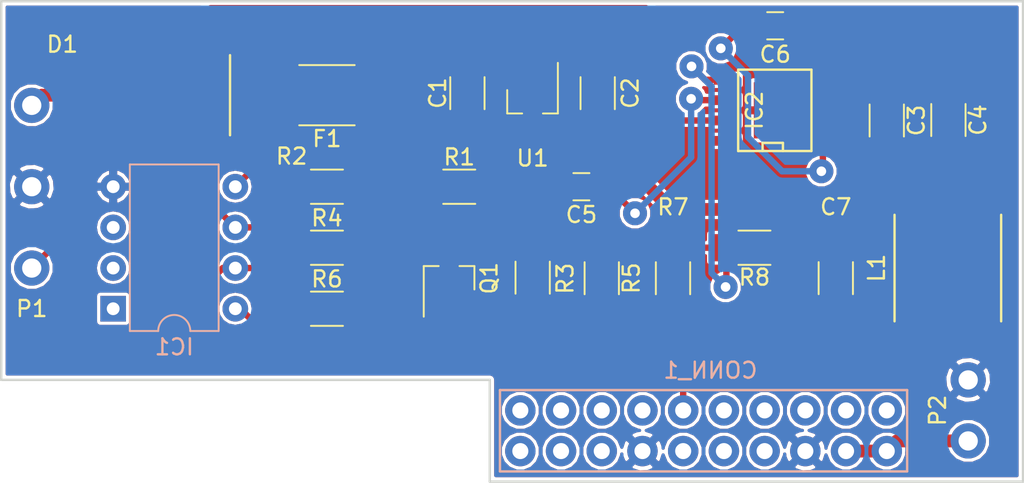
<source format=kicad_pcb>
(kicad_pcb (version 4) (host pcbnew 4.0.2-stable)

  (general
    (links 49)
    (no_connects 0)
    (area 133.909999 92.468808 197.805001 128.980001)
    (thickness 1.6)
    (drawings 6)
    (tracks 137)
    (zones 0)
    (modules 25)
    (nets 36)
  )

  (page A4)
  (layers
    (0 F.Cu signal)
    (31 B.Cu signal)
    (32 B.Adhes user)
    (33 F.Adhes user)
    (34 B.Paste user)
    (35 F.Paste user)
    (36 B.SilkS user)
    (37 F.SilkS user)
    (38 B.Mask user)
    (39 F.Mask user)
    (40 Dwgs.User user)
    (41 Cmts.User user)
    (42 Eco1.User user)
    (43 Eco2.User user)
    (44 Edge.Cuts user)
    (45 Margin user)
    (46 B.CrtYd user)
    (47 F.CrtYd user)
    (48 B.Fab user hide)
    (49 F.Fab user hide)
  )

  (setup
    (last_trace_width 0.4)
    (user_trace_width 0.4)
    (user_trace_width 0.8)
    (trace_clearance 0.2)
    (zone_clearance 0.2)
    (zone_45_only no)
    (trace_min 0.2)
    (segment_width 0.2)
    (edge_width 0.15)
    (via_size 1.5)
    (via_drill 0.6)
    (via_min_size 1.5)
    (via_min_drill 0.6)
    (uvia_size 0.3)
    (uvia_drill 0.1)
    (uvias_allowed no)
    (uvia_min_size 0.2)
    (uvia_min_drill 0.1)
    (pcb_text_width 0.3)
    (pcb_text_size 1.5 1.5)
    (mod_edge_width 0.15)
    (mod_text_size 1 1)
    (mod_text_width 0.15)
    (pad_size 1.524 1.524)
    (pad_drill 0.762)
    (pad_to_mask_clearance 0.2)
    (aux_axis_origin 0 0)
    (visible_elements 7FFEFFFF)
    (pcbplotparams
      (layerselection 0x01000_80000001)
      (usegerberextensions false)
      (excludeedgelayer true)
      (linewidth 0.100000)
      (plotframeref false)
      (viasonmask false)
      (mode 1)
      (useauxorigin false)
      (hpglpennumber 1)
      (hpglpenspeed 20)
      (hpglpendiameter 15)
      (hpglpenoverlay 2)
      (psnegative false)
      (psa4output false)
      (plotreference true)
      (plotvalue true)
      (plotinvisibletext false)
      (padsonsilk false)
      (subtractmaskfromsilk false)
      (outputformat 1)
      (mirror false)
      (drillshape 0)
      (scaleselection 1)
      (outputdirectory Gerbers/))
  )

  (net 0 "")
  (net 1 "Net-(C1-Pad1)")
  (net 2 GND)
  (net 3 "Net-(C2-Pad1)")
  (net 4 "Net-(IC1-Pad1)")
  (net 5 "Net-(IC1-Pad5)")
  (net 6 "Net-(IC1-Pad2)")
  (net 7 "Net-(IC1-Pad6)")
  (net 8 "Net-(IC1-Pad3)")
  (net 9 "Net-(P1-Pad3)")
  (net 10 "Net-(Q1-Pad1)")
  (net 11 "Net-(C5-Pad1)")
  (net 12 "Net-(C5-Pad2)")
  (net 13 "Net-(C6-Pad1)")
  (net 14 "Net-(C6-Pad2)")
  (net 15 "Net-(C7-Pad1)")
  (net 16 "Net-(CONN_1-Pad1)")
  (net 17 "Net-(CONN_1-Pad3)")
  (net 18 "Net-(CONN_1-Pad5)")
  (net 19 "Net-(CONN_1-Pad7)")
  (net 20 "Net-(CONN_1-Pad8)")
  (net 21 "Net-(CONN_1-Pad9)")
  (net 22 "Net-(CONN_1-Pad10)")
  (net 23 "Net-(CONN_1-Pad11)")
  (net 24 "Net-(CONN_1-Pad12)")
  (net 25 "Net-(CONN_1-Pad13)")
  (net 26 "Net-(CONN_1-Pad15)")
  (net 27 "Net-(CONN_1-Pad16)")
  (net 28 "Net-(CONN_1-Pad17)")
  (net 29 "Net-(CONN_1-Pad18)")
  (net 30 "Net-(CONN_1-Pad19)")
  (net 31 "Net-(CONN_1-Pad20)")
  (net 32 "Net-(D1-Pad1)")
  (net 33 "Net-(IC2-Pad8)")
  (net 34 "Net-(IC2-Pad5)")
  (net 35 "Net-(D1-Pad2)")

  (net_class Default "This is the default net class."
    (clearance 0.2)
    (trace_width 0.4)
    (via_dia 1.5)
    (via_drill 0.6)
    (uvia_dia 0.3)
    (uvia_drill 0.1)
    (add_net GND)
    (add_net "Net-(C1-Pad1)")
    (add_net "Net-(C2-Pad1)")
    (add_net "Net-(C5-Pad1)")
    (add_net "Net-(C5-Pad2)")
    (add_net "Net-(C6-Pad2)")
    (add_net "Net-(CONN_1-Pad1)")
    (add_net "Net-(CONN_1-Pad10)")
    (add_net "Net-(CONN_1-Pad11)")
    (add_net "Net-(CONN_1-Pad12)")
    (add_net "Net-(CONN_1-Pad13)")
    (add_net "Net-(CONN_1-Pad15)")
    (add_net "Net-(CONN_1-Pad16)")
    (add_net "Net-(CONN_1-Pad17)")
    (add_net "Net-(CONN_1-Pad18)")
    (add_net "Net-(CONN_1-Pad19)")
    (add_net "Net-(CONN_1-Pad20)")
    (add_net "Net-(CONN_1-Pad3)")
    (add_net "Net-(CONN_1-Pad5)")
    (add_net "Net-(CONN_1-Pad7)")
    (add_net "Net-(CONN_1-Pad8)")
    (add_net "Net-(CONN_1-Pad9)")
    (add_net "Net-(D1-Pad1)")
    (add_net "Net-(D1-Pad2)")
    (add_net "Net-(IC1-Pad1)")
    (add_net "Net-(IC1-Pad2)")
    (add_net "Net-(IC1-Pad3)")
    (add_net "Net-(IC1-Pad5)")
    (add_net "Net-(IC1-Pad6)")
    (add_net "Net-(IC2-Pad5)")
    (add_net "Net-(IC2-Pad8)")
    (add_net "Net-(P1-Pad3)")
    (add_net "Net-(Q1-Pad1)")
  )

  (net_class "3 AMP" ""
    (clearance 0.2)
    (trace_width 0.8)
    (via_dia 1.5)
    (via_drill 0.6)
    (uvia_dia 0.3)
    (uvia_drill 0.1)
    (add_net "Net-(C6-Pad1)")
    (add_net "Net-(C7-Pad1)")
  )

  (module Housings_DIP:DIP-8_W7.62mm (layer B.Cu) (tedit 586281B4) (tstamp 58DAF406)
    (at 140.97 118.11)
    (descr "8-lead dip package, row spacing 7.62 mm (300 mils)")
    (tags "DIL DIP PDIP 2.54mm 7.62mm 300mil")
    (path /58B37326)
    (fp_text reference IC1 (at 3.81 2.39) (layer B.SilkS)
      (effects (font (size 1 1) (thickness 0.15)) (justify mirror))
    )
    (fp_text value ATTINY85-P (at 3.81 -10.01) (layer B.Fab)
      (effects (font (size 1 1) (thickness 0.15)) (justify mirror))
    )
    (fp_arc (start 3.81 1.39) (end 2.81 1.39) (angle 180) (layer B.SilkS) (width 0.12))
    (fp_line (start 1.635 1.27) (end 6.985 1.27) (layer B.Fab) (width 0.1))
    (fp_line (start 6.985 1.27) (end 6.985 -8.89) (layer B.Fab) (width 0.1))
    (fp_line (start 6.985 -8.89) (end 0.635 -8.89) (layer B.Fab) (width 0.1))
    (fp_line (start 0.635 -8.89) (end 0.635 0.27) (layer B.Fab) (width 0.1))
    (fp_line (start 0.635 0.27) (end 1.635 1.27) (layer B.Fab) (width 0.1))
    (fp_line (start 2.81 1.39) (end 1.04 1.39) (layer B.SilkS) (width 0.12))
    (fp_line (start 1.04 1.39) (end 1.04 -9.01) (layer B.SilkS) (width 0.12))
    (fp_line (start 1.04 -9.01) (end 6.58 -9.01) (layer B.SilkS) (width 0.12))
    (fp_line (start 6.58 -9.01) (end 6.58 1.39) (layer B.SilkS) (width 0.12))
    (fp_line (start 6.58 1.39) (end 4.81 1.39) (layer B.SilkS) (width 0.12))
    (fp_line (start -1.1 1.6) (end -1.1 -9.2) (layer B.CrtYd) (width 0.05))
    (fp_line (start -1.1 -9.2) (end 8.7 -9.2) (layer B.CrtYd) (width 0.05))
    (fp_line (start 8.7 -9.2) (end 8.7 1.6) (layer B.CrtYd) (width 0.05))
    (fp_line (start 8.7 1.6) (end -1.1 1.6) (layer B.CrtYd) (width 0.05))
    (pad 1 thru_hole rect (at 0 0) (size 1.6 1.6) (drill 0.8) (layers *.Cu *.Mask)
      (net 4 "Net-(IC1-Pad1)"))
    (pad 5 thru_hole oval (at 7.62 -7.62) (size 1.6 1.6) (drill 0.8) (layers *.Cu *.Mask)
      (net 5 "Net-(IC1-Pad5)"))
    (pad 2 thru_hole oval (at 0 -2.54) (size 1.6 1.6) (drill 0.8) (layers *.Cu *.Mask)
      (net 6 "Net-(IC1-Pad2)"))
    (pad 6 thru_hole oval (at 7.62 -5.08) (size 1.6 1.6) (drill 0.8) (layers *.Cu *.Mask)
      (net 7 "Net-(IC1-Pad6)"))
    (pad 3 thru_hole oval (at 0 -5.08) (size 1.6 1.6) (drill 0.8) (layers *.Cu *.Mask)
      (net 8 "Net-(IC1-Pad3)"))
    (pad 7 thru_hole oval (at 7.62 -2.54) (size 1.6 1.6) (drill 0.8) (layers *.Cu *.Mask)
      (net 23 "Net-(CONN_1-Pad11)"))
    (pad 4 thru_hole oval (at 0 -7.62) (size 1.6 1.6) (drill 0.8) (layers *.Cu *.Mask)
      (net 2 GND))
    (pad 8 thru_hole oval (at 7.62 0) (size 1.6 1.6) (drill 0.8) (layers *.Cu *.Mask)
      (net 3 "Net-(C2-Pad1)"))
    (model Housings_DIP.3dshapes/DIP-8_W7.62mm.wrl
      (at (xyz 0 0 0))
      (scale (xyz 1 1 1))
      (rotate (xyz 0 0 0))
    )
  )

  (module TO_SOT_Packages_SMD:SOT-23_Handsoldering (layer F.Cu) (tedit 58DD1AAF) (tstamp 58DAF429)
    (at 161.925 116.205 90)
    (descr "SOT-23, Handsoldering")
    (tags SOT-23)
    (path /58C6CAF3)
    (attr smd)
    (fp_text reference Q1 (at 0 2.5 90) (layer F.SilkS)
      (effects (font (size 1 1) (thickness 0.15)))
    )
    (fp_text value "MOSFET_N_(2N7002P,215)" (at 0 2.5 90) (layer F.Fab)
      (effects (font (size 1 1) (thickness 0.15)))
    )
    (fp_text user %R (at 0 0 90) (layer F.Fab)
      (effects (font (size 0.5 0.5) (thickness 0.075)))
    )
    (fp_line (start 0.76 1.58) (end 0.76 0.65) (layer F.SilkS) (width 0.12))
    (fp_line (start 0.76 -1.58) (end 0.76 -0.65) (layer F.SilkS) (width 0.12))
    (fp_line (start -2.7 -1.75) (end 2.7 -1.75) (layer F.CrtYd) (width 0.05))
    (fp_line (start 2.7 -1.75) (end 2.7 1.75) (layer F.CrtYd) (width 0.05))
    (fp_line (start 2.7 1.75) (end -2.7 1.75) (layer F.CrtYd) (width 0.05))
    (fp_line (start -2.7 1.75) (end -2.7 -1.75) (layer F.CrtYd) (width 0.05))
    (fp_line (start 0.76 -1.58) (end -2.4 -1.58) (layer F.SilkS) (width 0.12))
    (fp_line (start -0.7 -0.95) (end -0.7 1.5) (layer F.Fab) (width 0.1))
    (fp_line (start -0.15 -1.52) (end 0.7 -1.52) (layer F.Fab) (width 0.1))
    (fp_line (start -0.7 -0.95) (end -0.15 -1.52) (layer F.Fab) (width 0.1))
    (fp_line (start 0.7 -1.52) (end 0.7 1.52) (layer F.Fab) (width 0.1))
    (fp_line (start -0.7 1.52) (end 0.7 1.52) (layer F.Fab) (width 0.1))
    (fp_line (start 0.76 1.58) (end -0.7 1.58) (layer F.SilkS) (width 0.12))
    (pad 1 smd rect (at -1.5 -0.95 90) (size 1.9 0.8) (layers F.Cu F.Paste F.Mask)
      (net 10 "Net-(Q1-Pad1)"))
    (pad 2 smd rect (at -1.5 0.95 90) (size 1.9 0.8) (layers F.Cu F.Paste F.Mask)
      (net 2 GND))
    (pad 3 smd rect (at 1.5 0 90) (size 1.9 0.8) (layers F.Cu F.Paste F.Mask)
      (net 5 "Net-(IC1-Pad5)"))
    (model ${KISYS3DMOD}/TO_SOT_Packages_SMD.3dshapes\SOT-23.wrl
      (at (xyz 0 0 0))
      (scale (xyz 1 1 1))
      (rotate (xyz 0 0 0))
    )
  )

  (module TO_SOT_Packages_SMD:SOT-23_Handsoldering (layer F.Cu) (tedit 594FCE28) (tstamp 58DAF4DF)
    (at 167.132 105.156 270)
    (descr "SOT-23, Handsoldering")
    (tags SOT-23)
    (path /58C6CBCA)
    (attr smd)
    (fp_text reference U1 (at 3.556 0 360) (layer F.SilkS)
      (effects (font (size 1 1) (thickness 0.15)))
    )
    (fp_text value LM3480-3.3 (at 0 2.5 270) (layer F.Fab)
      (effects (font (size 1 1) (thickness 0.15)))
    )
    (fp_text user %R (at 0 0 270) (layer F.Fab)
      (effects (font (size 0.5 0.5) (thickness 0.075)))
    )
    (fp_line (start 0.76 1.58) (end 0.76 0.65) (layer F.SilkS) (width 0.12))
    (fp_line (start 0.76 -1.58) (end 0.76 -0.65) (layer F.SilkS) (width 0.12))
    (fp_line (start -2.7 -1.75) (end 2.7 -1.75) (layer F.CrtYd) (width 0.05))
    (fp_line (start 2.7 -1.75) (end 2.7 1.75) (layer F.CrtYd) (width 0.05))
    (fp_line (start 2.7 1.75) (end -2.7 1.75) (layer F.CrtYd) (width 0.05))
    (fp_line (start -2.7 1.75) (end -2.7 -1.75) (layer F.CrtYd) (width 0.05))
    (fp_line (start 0.76 -1.58) (end -2.4 -1.58) (layer F.SilkS) (width 0.12))
    (fp_line (start -0.7 -0.95) (end -0.7 1.5) (layer F.Fab) (width 0.1))
    (fp_line (start -0.15 -1.52) (end 0.7 -1.52) (layer F.Fab) (width 0.1))
    (fp_line (start -0.7 -0.95) (end -0.15 -1.52) (layer F.Fab) (width 0.1))
    (fp_line (start 0.7 -1.52) (end 0.7 1.52) (layer F.Fab) (width 0.1))
    (fp_line (start -0.7 1.52) (end 0.7 1.52) (layer F.Fab) (width 0.1))
    (fp_line (start 0.76 1.58) (end -0.7 1.58) (layer F.SilkS) (width 0.12))
    (pad 1 smd rect (at -1.5 -0.95 270) (size 1.9 0.8) (layers F.Cu F.Paste F.Mask)
      (net 3 "Net-(C2-Pad1)"))
    (pad 2 smd rect (at -1.5 0.95 270) (size 1.9 0.8) (layers F.Cu F.Paste F.Mask)
      (net 1 "Net-(C1-Pad1)"))
    (pad 3 smd rect (at 1.5 0 270) (size 1.9 0.8) (layers F.Cu F.Paste F.Mask)
      (net 2 GND))
    (model ${KISYS3DMOD}/TO_SOT_Packages_SMD.3dshapes\SOT-23.wrl
      (at (xyz 0 0 0))
      (scale (xyz 1 1 1))
      (rotate (xyz 0 0 0))
    )
  )

  (module "rpi-shutdown-pcb:R_1206_HandSoldering_(narrow)" (layer F.Cu) (tedit 5943051B) (tstamp 594D0B5B)
    (at 163.068 104.648 90)
    (descr "Resistor SMD 1206, hand soldering")
    (tags "resistor 1206")
    (path /58C6CE73)
    (attr smd)
    (fp_text reference C1 (at 0 -1.85 90) (layer F.SilkS)
      (effects (font (size 1 1) (thickness 0.15)))
    )
    (fp_text value 0.1uF (at 0 1.9 90) (layer F.Fab)
      (effects (font (size 1 1) (thickness 0.15)))
    )
    (fp_text user %R (at 0 0 90) (layer F.Fab)
      (effects (font (size 0.7 0.7) (thickness 0.105)))
    )
    (fp_line (start -1.6 0.8) (end -1.6 -0.8) (layer F.Fab) (width 0.1))
    (fp_line (start 1.6 0.8) (end -1.6 0.8) (layer F.Fab) (width 0.1))
    (fp_line (start 1.6 -0.8) (end 1.6 0.8) (layer F.Fab) (width 0.1))
    (fp_line (start -1.6 -0.8) (end 1.6 -0.8) (layer F.Fab) (width 0.1))
    (fp_line (start 1 1.07) (end -1 1.07) (layer F.SilkS) (width 0.12))
    (fp_line (start -1 -1.07) (end 1 -1.07) (layer F.SilkS) (width 0.12))
    (fp_line (start -3.25 -1.11) (end 3.25 -1.11) (layer F.CrtYd) (width 0.05))
    (fp_line (start -3.25 -1.11) (end -3.25 1.1) (layer F.CrtYd) (width 0.05))
    (fp_line (start 3.25 1.1) (end 3.25 -1.11) (layer F.CrtYd) (width 0.05))
    (fp_line (start 3.25 1.1) (end -3.25 1.1) (layer F.CrtYd) (width 0.05))
    (pad 1 smd rect (at -1.75 0 90) (size 2 1.7) (layers F.Cu F.Paste F.Mask)
      (net 1 "Net-(C1-Pad1)"))
    (pad 2 smd rect (at 1.75 0 90) (size 2 1.7) (layers F.Cu F.Paste F.Mask)
      (net 2 GND))
    (model ${KISYS3DMOD}/Resistors_SMD.3dshapes/R_1206.wrl
      (at (xyz 0 0 0))
      (scale (xyz 1 1 1))
      (rotate (xyz 0 0 0))
    )
  )

  (module "rpi-shutdown-pcb:R_1206_HandSoldering_(narrow)" (layer F.Cu) (tedit 594FCE21) (tstamp 594D0B6B)
    (at 171.196 104.648 90)
    (descr "Resistor SMD 1206, hand soldering")
    (tags "resistor 1206")
    (path /58C6CF22)
    (attr smd)
    (fp_text reference C2 (at 0 2.032 90) (layer F.SilkS)
      (effects (font (size 1 1) (thickness 0.15)))
    )
    (fp_text value 0.1uF (at 0 1.9 90) (layer F.Fab)
      (effects (font (size 1 1) (thickness 0.15)))
    )
    (fp_text user %R (at 0 0 90) (layer F.Fab)
      (effects (font (size 0.7 0.7) (thickness 0.105)))
    )
    (fp_line (start -1.6 0.8) (end -1.6 -0.8) (layer F.Fab) (width 0.1))
    (fp_line (start 1.6 0.8) (end -1.6 0.8) (layer F.Fab) (width 0.1))
    (fp_line (start 1.6 -0.8) (end 1.6 0.8) (layer F.Fab) (width 0.1))
    (fp_line (start -1.6 -0.8) (end 1.6 -0.8) (layer F.Fab) (width 0.1))
    (fp_line (start 1 1.07) (end -1 1.07) (layer F.SilkS) (width 0.12))
    (fp_line (start -1 -1.07) (end 1 -1.07) (layer F.SilkS) (width 0.12))
    (fp_line (start -3.25 -1.11) (end 3.25 -1.11) (layer F.CrtYd) (width 0.05))
    (fp_line (start -3.25 -1.11) (end -3.25 1.1) (layer F.CrtYd) (width 0.05))
    (fp_line (start 3.25 1.1) (end 3.25 -1.11) (layer F.CrtYd) (width 0.05))
    (fp_line (start 3.25 1.1) (end -3.25 1.1) (layer F.CrtYd) (width 0.05))
    (pad 1 smd rect (at -1.75 0 90) (size 2 1.7) (layers F.Cu F.Paste F.Mask)
      (net 3 "Net-(C2-Pad1)"))
    (pad 2 smd rect (at 1.75 0 90) (size 2 1.7) (layers F.Cu F.Paste F.Mask)
      (net 2 GND))
    (model ${KISYS3DMOD}/Resistors_SMD.3dshapes/R_1206.wrl
      (at (xyz 0 0 0))
      (scale (xyz 1 1 1))
      (rotate (xyz 0 0 0))
    )
  )

  (module "rpi-shutdown-pcb:R_1206_HandSoldering_(narrow)" (layer F.Cu) (tedit 5943051B) (tstamp 594D0B8B)
    (at 189.23 106.355 270)
    (descr "Resistor SMD 1206, hand soldering")
    (tags "resistor 1206")
    (path /59408836)
    (attr smd)
    (fp_text reference C3 (at 0 -1.85 270) (layer F.SilkS)
      (effects (font (size 1 1) (thickness 0.15)))
    )
    (fp_text value 10uF (at 0 1.9 270) (layer F.Fab)
      (effects (font (size 1 1) (thickness 0.15)))
    )
    (fp_text user %R (at 0 0 270) (layer F.Fab)
      (effects (font (size 0.7 0.7) (thickness 0.105)))
    )
    (fp_line (start -1.6 0.8) (end -1.6 -0.8) (layer F.Fab) (width 0.1))
    (fp_line (start 1.6 0.8) (end -1.6 0.8) (layer F.Fab) (width 0.1))
    (fp_line (start 1.6 -0.8) (end 1.6 0.8) (layer F.Fab) (width 0.1))
    (fp_line (start -1.6 -0.8) (end 1.6 -0.8) (layer F.Fab) (width 0.1))
    (fp_line (start 1 1.07) (end -1 1.07) (layer F.SilkS) (width 0.12))
    (fp_line (start -1 -1.07) (end 1 -1.07) (layer F.SilkS) (width 0.12))
    (fp_line (start -3.25 -1.11) (end 3.25 -1.11) (layer F.CrtYd) (width 0.05))
    (fp_line (start -3.25 -1.11) (end -3.25 1.1) (layer F.CrtYd) (width 0.05))
    (fp_line (start 3.25 1.1) (end 3.25 -1.11) (layer F.CrtYd) (width 0.05))
    (fp_line (start 3.25 1.1) (end -3.25 1.1) (layer F.CrtYd) (width 0.05))
    (pad 1 smd rect (at -1.75 0 270) (size 2 1.7) (layers F.Cu F.Paste F.Mask)
      (net 1 "Net-(C1-Pad1)"))
    (pad 2 smd rect (at 1.75 0 270) (size 2 1.7) (layers F.Cu F.Paste F.Mask)
      (net 2 GND))
    (model ${KISYS3DMOD}/Resistors_SMD.3dshapes/R_1206.wrl
      (at (xyz 0 0 0))
      (scale (xyz 1 1 1))
      (rotate (xyz 0 0 0))
    )
  )

  (module "rpi-shutdown-pcb:R_1206_HandSoldering_(narrow)" (layer F.Cu) (tedit 5943051B) (tstamp 594D0B9C)
    (at 193.075 106.325 270)
    (descr "Resistor SMD 1206, hand soldering")
    (tags "resistor 1206")
    (path /5940899C)
    (attr smd)
    (fp_text reference C4 (at 0 -1.85 270) (layer F.SilkS)
      (effects (font (size 1 1) (thickness 0.15)))
    )
    (fp_text value 10uF (at 0 1.9 270) (layer F.Fab)
      (effects (font (size 1 1) (thickness 0.15)))
    )
    (fp_text user %R (at 0 0 270) (layer F.Fab)
      (effects (font (size 0.7 0.7) (thickness 0.105)))
    )
    (fp_line (start -1.6 0.8) (end -1.6 -0.8) (layer F.Fab) (width 0.1))
    (fp_line (start 1.6 0.8) (end -1.6 0.8) (layer F.Fab) (width 0.1))
    (fp_line (start 1.6 -0.8) (end 1.6 0.8) (layer F.Fab) (width 0.1))
    (fp_line (start -1.6 -0.8) (end 1.6 -0.8) (layer F.Fab) (width 0.1))
    (fp_line (start 1 1.07) (end -1 1.07) (layer F.SilkS) (width 0.12))
    (fp_line (start -1 -1.07) (end 1 -1.07) (layer F.SilkS) (width 0.12))
    (fp_line (start -3.25 -1.11) (end 3.25 -1.11) (layer F.CrtYd) (width 0.05))
    (fp_line (start -3.25 -1.11) (end -3.25 1.1) (layer F.CrtYd) (width 0.05))
    (fp_line (start 3.25 1.1) (end 3.25 -1.11) (layer F.CrtYd) (width 0.05))
    (fp_line (start 3.25 1.1) (end -3.25 1.1) (layer F.CrtYd) (width 0.05))
    (pad 1 smd rect (at -1.75 0 270) (size 2 1.7) (layers F.Cu F.Paste F.Mask)
      (net 1 "Net-(C1-Pad1)"))
    (pad 2 smd rect (at 1.75 0 270) (size 2 1.7) (layers F.Cu F.Paste F.Mask)
      (net 2 GND))
    (model ${KISYS3DMOD}/Resistors_SMD.3dshapes/R_1206.wrl
      (at (xyz 0 0 0))
      (scale (xyz 1 1 1))
      (rotate (xyz 0 0 0))
    )
  )

  (module "rpi-shutdown-pcb:C_0805_HandSoldering_(narrow)" (layer F.Cu) (tedit 59430667) (tstamp 594D0BAD)
    (at 170.18 110.49 180)
    (descr "Capacitor SMD 0805, hand soldering")
    (tags "capacitor 0805")
    (path /594095C1)
    (attr smd)
    (fp_text reference C5 (at 0 -1.75 180) (layer F.SilkS)
      (effects (font (size 1 1) (thickness 0.15)))
    )
    (fp_text value 3.9nF (at 0 1.75 180) (layer F.Fab)
      (effects (font (size 1 1) (thickness 0.15)))
    )
    (fp_text user %R (at 0 -1.75 180) (layer F.Fab)
      (effects (font (size 1 1) (thickness 0.15)))
    )
    (fp_line (start -1 0.62) (end -1 -0.62) (layer F.Fab) (width 0.1))
    (fp_line (start 1 0.62) (end -1 0.62) (layer F.Fab) (width 0.1))
    (fp_line (start 1 -0.62) (end 1 0.62) (layer F.Fab) (width 0.1))
    (fp_line (start -1 -0.62) (end 1 -0.62) (layer F.Fab) (width 0.1))
    (fp_line (start 0.5 -0.85) (end -0.5 -0.85) (layer F.SilkS) (width 0.12))
    (fp_line (start -0.5 0.85) (end 0.5 0.85) (layer F.SilkS) (width 0.12))
    (fp_line (start -2.25 -0.88) (end 2.25 -0.88) (layer F.CrtYd) (width 0.05))
    (fp_line (start -2.25 -0.88) (end -2.25 0.87) (layer F.CrtYd) (width 0.05))
    (fp_line (start 2.25 0.87) (end 2.25 -0.88) (layer F.CrtYd) (width 0.05))
    (fp_line (start 2.25 0.87) (end -2.25 0.87) (layer F.CrtYd) (width 0.05))
    (pad 1 smd rect (at -1.1 0 180) (size 1.5 1.25) (layers F.Cu F.Paste F.Mask)
      (net 11 "Net-(C5-Pad1)"))
    (pad 2 smd rect (at 1.1 0 180) (size 1.5 1.25) (layers F.Cu F.Paste F.Mask)
      (net 12 "Net-(C5-Pad2)"))
    (model Capacitors_SMD.3dshapes/C_0805.wrl
      (at (xyz 0 0 0))
      (scale (xyz 1 1 1))
      (rotate (xyz 0 0 0))
    )
  )

  (module "rpi-shutdown-pcb:C_0805_HandSoldering_(narrow)" (layer F.Cu) (tedit 594ED0C9) (tstamp 594D0BBE)
    (at 182.27 100.44 180)
    (descr "Capacitor SMD 0805, hand soldering")
    (tags "capacitor 0805")
    (path /59408D82)
    (attr smd)
    (fp_text reference C6 (at 0 -1.79 180) (layer F.SilkS)
      (effects (font (size 1 1) (thickness 0.15)))
    )
    (fp_text value 10nF (at 0 1.75 180) (layer F.Fab)
      (effects (font (size 1 1) (thickness 0.15)))
    )
    (fp_text user %R (at 0 -1.75 180) (layer F.Fab)
      (effects (font (size 1 1) (thickness 0.15)))
    )
    (fp_line (start -1 0.62) (end -1 -0.62) (layer F.Fab) (width 0.1))
    (fp_line (start 1 0.62) (end -1 0.62) (layer F.Fab) (width 0.1))
    (fp_line (start 1 -0.62) (end 1 0.62) (layer F.Fab) (width 0.1))
    (fp_line (start -1 -0.62) (end 1 -0.62) (layer F.Fab) (width 0.1))
    (fp_line (start 0.5 -0.85) (end -0.5 -0.85) (layer F.SilkS) (width 0.12))
    (fp_line (start -0.5 0.85) (end 0.5 0.85) (layer F.SilkS) (width 0.12))
    (fp_line (start -2.25 -0.88) (end 2.25 -0.88) (layer F.CrtYd) (width 0.05))
    (fp_line (start -2.25 -0.88) (end -2.25 0.87) (layer F.CrtYd) (width 0.05))
    (fp_line (start 2.25 0.87) (end 2.25 -0.88) (layer F.CrtYd) (width 0.05))
    (fp_line (start 2.25 0.87) (end -2.25 0.87) (layer F.CrtYd) (width 0.05))
    (pad 1 smd rect (at -1.1 0 180) (size 1.5 1.25) (layers F.Cu F.Paste F.Mask)
      (net 13 "Net-(C6-Pad1)"))
    (pad 2 smd rect (at 1.1 0 180) (size 1.5 1.25) (layers F.Cu F.Paste F.Mask)
      (net 14 "Net-(C6-Pad2)"))
    (model Capacitors_SMD.3dshapes/C_0805.wrl
      (at (xyz 0 0 0))
      (scale (xyz 1 1 1))
      (rotate (xyz 0 0 0))
    )
  )

  (module "rpi-shutdown-pcb:R_1206_HandSoldering_(narrow)" (layer F.Cu) (tedit 594ECC58) (tstamp 594D0BCF)
    (at 186.05 116.2 270)
    (descr "Resistor SMD 1206, hand soldering")
    (tags "resistor 1206")
    (path /594092E5)
    (attr smd)
    (fp_text reference C7 (at -4.445 0 360) (layer F.SilkS)
      (effects (font (size 1 1) (thickness 0.15)))
    )
    (fp_text value 33uF (at 0 1.9 270) (layer F.Fab)
      (effects (font (size 1 1) (thickness 0.15)))
    )
    (fp_text user %R (at 0 0 270) (layer F.Fab)
      (effects (font (size 0.7 0.7) (thickness 0.105)))
    )
    (fp_line (start -1.6 0.8) (end -1.6 -0.8) (layer F.Fab) (width 0.1))
    (fp_line (start 1.6 0.8) (end -1.6 0.8) (layer F.Fab) (width 0.1))
    (fp_line (start 1.6 -0.8) (end 1.6 0.8) (layer F.Fab) (width 0.1))
    (fp_line (start -1.6 -0.8) (end 1.6 -0.8) (layer F.Fab) (width 0.1))
    (fp_line (start 1 1.07) (end -1 1.07) (layer F.SilkS) (width 0.12))
    (fp_line (start -1 -1.07) (end 1 -1.07) (layer F.SilkS) (width 0.12))
    (fp_line (start -3.25 -1.11) (end 3.25 -1.11) (layer F.CrtYd) (width 0.05))
    (fp_line (start -3.25 -1.11) (end -3.25 1.1) (layer F.CrtYd) (width 0.05))
    (fp_line (start 3.25 1.1) (end 3.25 -1.11) (layer F.CrtYd) (width 0.05))
    (fp_line (start 3.25 1.1) (end -3.25 1.1) (layer F.CrtYd) (width 0.05))
    (pad 1 smd rect (at -1.75 0 270) (size 2 1.7) (layers F.Cu F.Paste F.Mask)
      (net 15 "Net-(C7-Pad1)"))
    (pad 2 smd rect (at 1.75 0 270) (size 2 1.7) (layers F.Cu F.Paste F.Mask)
      (net 2 GND))
    (model ${KISYS3DMOD}/Resistors_SMD.3dshapes/R_1206.wrl
      (at (xyz 0 0 0))
      (scale (xyz 1 1 1))
      (rotate (xyz 0 0 0))
    )
  )

  (module "rpi-shutdown-pcb:HEADER_20_PIN_FEMALE_(PPTC102LFBN-RC)" (layer B.Cu) (tedit 5945DBFC) (tstamp 594D0BEB)
    (at 189.23 124.46)
    (path /5941D888)
    (fp_text reference CONN_1 (at -11 -2.5 180) (layer B.SilkS)
      (effects (font (size 1 1) (thickness 0.15)) (justify mirror))
    )
    (fp_text value CONN_02X10 (at -11.5 -4 180) (layer B.Fab)
      (effects (font (size 1 1) (thickness 0.15)) (justify mirror))
    )
    (fp_line (start 1.27 -1.27) (end 1.27 3.81) (layer B.SilkS) (width 0.15))
    (fp_line (start 1.27 3.81) (end -24.13 3.81) (layer B.SilkS) (width 0.15))
    (fp_line (start -24.13 3.81) (end -24.13 -1.27) (layer B.SilkS) (width 0.15))
    (fp_line (start -24.13 -1.27) (end 1.27 -1.27) (layer B.SilkS) (width 0.15))
    (pad 1 thru_hole circle (at 0 0 180) (size 1.9 1.9) (drill 1) (layers *.Cu *.Mask)
      (net 16 "Net-(CONN_1-Pad1)"))
    (pad 2 thru_hole circle (at 0 2.54 180) (size 1.9 1.9) (drill 1) (layers *.Cu *.Mask)
      (net 15 "Net-(C7-Pad1)"))
    (pad 3 thru_hole circle (at -2.54 0 180) (size 1.9 1.9) (drill 1) (layers *.Cu *.Mask)
      (net 17 "Net-(CONN_1-Pad3)"))
    (pad 4 thru_hole circle (at -2.54 2.54 180) (size 1.9 1.9) (drill 1) (layers *.Cu *.Mask)
      (net 15 "Net-(C7-Pad1)"))
    (pad 5 thru_hole circle (at -5.08 0 180) (size 1.9 1.9) (drill 1) (layers *.Cu *.Mask)
      (net 18 "Net-(CONN_1-Pad5)"))
    (pad 6 thru_hole circle (at -5.08 2.54 180) (size 1.9 1.9) (drill 1) (layers *.Cu *.Mask)
      (net 2 GND))
    (pad 7 thru_hole circle (at -7.62 0 180) (size 1.9 1.9) (drill 1) (layers *.Cu *.Mask)
      (net 19 "Net-(CONN_1-Pad7)"))
    (pad 8 thru_hole circle (at -7.62 2.54 180) (size 1.9 1.9) (drill 1) (layers *.Cu *.Mask)
      (net 20 "Net-(CONN_1-Pad8)"))
    (pad 9 thru_hole circle (at -10.16 0 180) (size 1.9 1.9) (drill 1) (layers *.Cu *.Mask)
      (net 21 "Net-(CONN_1-Pad9)"))
    (pad 10 thru_hole circle (at -10.16 2.54 180) (size 1.9 1.9) (drill 1) (layers *.Cu *.Mask)
      (net 22 "Net-(CONN_1-Pad10)"))
    (pad 11 thru_hole circle (at -12.7 0 180) (size 1.9 1.9) (drill 1) (layers *.Cu *.Mask)
      (net 23 "Net-(CONN_1-Pad11)"))
    (pad 12 thru_hole circle (at -12.7 2.54 180) (size 1.9 1.9) (drill 1) (layers *.Cu *.Mask)
      (net 24 "Net-(CONN_1-Pad12)"))
    (pad 13 thru_hole circle (at -15.24 0 180) (size 1.9 1.9) (drill 1) (layers *.Cu *.Mask)
      (net 25 "Net-(CONN_1-Pad13)"))
    (pad 14 thru_hole circle (at -15.24 2.54 180) (size 1.9 1.9) (drill 1) (layers *.Cu *.Mask)
      (net 2 GND))
    (pad 15 thru_hole circle (at -17.78 0 180) (size 1.9 1.9) (drill 1) (layers *.Cu *.Mask)
      (net 26 "Net-(CONN_1-Pad15)"))
    (pad 16 thru_hole circle (at -17.78 2.54 180) (size 1.9 1.9) (drill 1) (layers *.Cu *.Mask)
      (net 27 "Net-(CONN_1-Pad16)"))
    (pad 17 thru_hole circle (at -20.32 0 180) (size 1.9 1.9) (drill 1) (layers *.Cu *.Mask)
      (net 28 "Net-(CONN_1-Pad17)"))
    (pad 18 thru_hole circle (at -20.32 2.54 180) (size 1.9 1.9) (drill 1) (layers *.Cu *.Mask)
      (net 29 "Net-(CONN_1-Pad18)"))
    (pad 19 thru_hole circle (at -22.86 0 180) (size 1.9 1.9) (drill 1) (layers *.Cu *.Mask)
      (net 30 "Net-(CONN_1-Pad19)"))
    (pad 20 thru_hole circle (at -22.86 2.54 180) (size 1.9 1.9) (drill 1) (layers *.Cu *.Mask)
      (net 31 "Net-(CONN_1-Pad20)"))
  )

  (module rpi-shutdown-pcb:R_1812_HandSoldering (layer F.Cu) (tedit 59430C7B) (tstamp 594D0C0D)
    (at 154.305 104.775 180)
    (descr "Resistor SMD 1812, hand soldering, Panasonic (see ERJ12)")
    (tags "resistor 1812")
    (path /594083F6)
    (attr smd)
    (fp_text reference F1 (at 0 -2.72 180) (layer F.SilkS)
      (effects (font (size 1 1) (thickness 0.15)))
    )
    (fp_text value Polyfuse (at 0 2.85 180) (layer F.Fab)
      (effects (font (size 1 1) (thickness 0.15)))
    )
    (fp_text user %R (at 0 0 180) (layer F.Fab)
      (effects (font (size 1 1) (thickness 0.15)))
    )
    (fp_line (start -2.25 1.6) (end -2.25 -1.6) (layer F.Fab) (width 0.1))
    (fp_line (start 2.25 1.6) (end -2.25 1.6) (layer F.Fab) (width 0.1))
    (fp_line (start 2.25 -1.6) (end 2.25 1.6) (layer F.Fab) (width 0.1))
    (fp_line (start -2.25 -1.6) (end 2.25 -1.6) (layer F.Fab) (width 0.1))
    (fp_line (start -1.73 1.88) (end 1.73 1.88) (layer F.SilkS) (width 0.12))
    (fp_line (start -1.73 -1.88) (end 1.73 -1.88) (layer F.SilkS) (width 0.12))
    (fp_line (start -5.41 -2) (end 5.4 -2) (layer F.CrtYd) (width 0.05))
    (fp_line (start -5.41 -2) (end -5.41 2) (layer F.CrtYd) (width 0.05))
    (fp_line (start 5.4 2) (end 5.4 -2) (layer F.CrtYd) (width 0.05))
    (fp_line (start 5.4 2) (end -5.41 2) (layer F.CrtYd) (width 0.05))
    (pad 1 smd rect (at -2.75 0 180) (size 3.5 3.5) (layers F.Cu F.Paste F.Mask)
      (net 1 "Net-(C1-Pad1)"))
    (pad 2 smd rect (at 2.75 0 180) (size 3.5 3.5) (layers F.Cu F.Paste F.Mask)
      (net 32 "Net-(D1-Pad1)"))
    (model ${KISYS3DMOD}/Resistors_SMD.3dshapes/R_1812.wrl
      (at (xyz 0 0 0))
      (scale (xyz 1 1 1))
      (rotate (xyz 0 0 0))
    )
  )

  (module "rpi-shutdown-pcb:SOIC8N_(EXPOSED_PAD)" (layer F.Cu) (tedit 59431054) (tstamp 594D0C21)
    (at 182.245 105.72 90)
    (descr "Module Narrow CMS SOJ 8 pins large")
    (tags "CMS SOJ")
    (path /594081C5)
    (attr smd)
    (fp_text reference IC2 (at 0 -1.27 90) (layer F.SilkS)
      (effects (font (size 1 1) (thickness 0.15)))
    )
    (fp_text value "STEP_DOWN_CONVERTER_(MP2307)" (at 0 1.27 90) (layer F.Fab)
      (effects (font (size 1 1) (thickness 0.15)))
    )
    (fp_line (start -2.54 -2.286) (end 2.54 -2.286) (layer F.SilkS) (width 0.15))
    (fp_line (start 2.54 -2.286) (end 2.54 2.286) (layer F.SilkS) (width 0.15))
    (fp_line (start 2.54 2.286) (end -2.54 2.286) (layer F.SilkS) (width 0.15))
    (fp_line (start -2.54 2.286) (end -2.54 -2.286) (layer F.SilkS) (width 0.15))
    (fp_line (start -2.54 -0.762) (end -2.032 -0.762) (layer F.SilkS) (width 0.15))
    (fp_line (start -2.032 -0.762) (end -2.032 0.508) (layer F.SilkS) (width 0.15))
    (fp_line (start -2.032 0.508) (end -2.54 0.508) (layer F.SilkS) (width 0.15))
    (pad 9 smd rect (at 0 0 90) (size 3.51 2.62) (layers F.Cu F.Paste F.Mask)
      (net 2 GND))
    (pad 8 smd rect (at -1.905 -3 90) (size 0.61 1.6) (layers F.Cu F.Paste F.Mask)
      (net 33 "Net-(IC2-Pad8)"))
    (pad 7 smd rect (at -0.635 -3 90) (size 0.61 1.6) (layers F.Cu F.Paste F.Mask)
      (net 7 "Net-(IC1-Pad6)"))
    (pad 6 smd rect (at 0.635 -3 90) (size 0.61 1.6) (layers F.Cu F.Paste F.Mask)
      (net 11 "Net-(C5-Pad1)"))
    (pad 5 smd rect (at 1.905 -3 90) (size 0.61 1.6) (layers F.Cu F.Paste F.Mask)
      (net 34 "Net-(IC2-Pad5)"))
    (pad 4 smd rect (at 1.905 3 90) (size 0.61 1.6) (layers F.Cu F.Paste F.Mask)
      (net 2 GND))
    (pad 3 smd rect (at 0.635 3 90) (size 0.61 1.6) (layers F.Cu F.Paste F.Mask)
      (net 13 "Net-(C6-Pad1)"))
    (pad 2 smd rect (at -0.635 3 90) (size 0.61 1.6) (layers F.Cu F.Paste F.Mask)
      (net 1 "Net-(C1-Pad1)"))
    (pad 1 smd rect (at -1.905 3 90) (size 0.61 1.6) (layers F.Cu F.Paste F.Mask)
      (net 14 "Net-(C6-Pad2)"))
    (model SMD_Packages.3dshapes/SOIC-8-N.wrl
      (at (xyz 0 0 0))
      (scale (xyz 0.5 0.38 0.5))
      (rotate (xyz 0 0 0))
    )
  )

  (module "rpi-shutdown-pcb:INDUCTOR_10uH_(ASPI-0630LR)" (layer F.Cu) (tedit 594ECDDD) (tstamp 594D0C29)
    (at 193.04 115.57 270)
    (path /59408B26)
    (fp_text reference L1 (at 0 4.445 270) (layer F.SilkS)
      (effects (font (size 1 1) (thickness 0.15)))
    )
    (fp_text value 10uH (at 0 6 270) (layer F.Fab)
      (effects (font (size 1 1) (thickness 0.15)))
    )
    (fp_line (start -3.325 3.325) (end 3.325 3.325) (layer F.SilkS) (width 0.15))
    (fp_line (start -3.325 -3.325) (end 3.325 -3.325) (layer F.SilkS) (width 0.15))
    (pad 2 smd rect (at 3.025 0 270) (size 2.35 3.4) (layers F.Cu F.Paste F.Mask)
      (net 15 "Net-(C7-Pad1)"))
    (pad 1 smd rect (at -3.025 0 270) (size 2.35 3.4) (layers F.Cu F.Paste F.Mask)
      (net 13 "Net-(C6-Pad1)"))
  )

  (module rpi-shutdown-pcb:3_PADS_FOR_18_AWG_WIRE (layer F.Cu) (tedit 594D1631) (tstamp 594D0C30)
    (at 135.89 105.41 270)
    (path /5941C28A)
    (fp_text reference P1 (at 12.7 0 360) (layer F.SilkS)
      (effects (font (size 1 1) (thickness 0.15)))
    )
    (fp_text value CONN_01X03 (at 6.35 -2.54 270) (layer F.Fab) hide
      (effects (font (size 1 1) (thickness 0.15)))
    )
    (pad 1 thru_hole circle (at 0 0 270) (size 2.2 2.2) (drill 1.2) (layers *.Cu *.Mask)
      (net 35 "Net-(D1-Pad2)"))
    (pad 2 thru_hole circle (at 5.08 0 270) (size 2.2 2.2) (drill 1.2) (layers *.Cu *.Mask)
      (net 2 GND))
    (pad 3 thru_hole circle (at 10.16 0 270) (size 2.2 2.2) (drill 1.2) (layers *.Cu *.Mask)
      (net 9 "Net-(P1-Pad3)"))
  )

  (module "rpi-shutdown-pcb:R_1206_HandSoldering_(narrow)" (layer F.Cu) (tedit 5943051B) (tstamp 594D0C31)
    (at 162.56 110.49)
    (descr "Resistor SMD 1206, hand soldering")
    (tags "resistor 1206")
    (path /58C6E5AF)
    (attr smd)
    (fp_text reference R1 (at 0 -1.85) (layer F.SilkS)
      (effects (font (size 1 1) (thickness 0.15)))
    )
    (fp_text value 100k (at 0 1.9) (layer F.Fab)
      (effects (font (size 1 1) (thickness 0.15)))
    )
    (fp_text user %R (at 0 0) (layer F.Fab)
      (effects (font (size 0.7 0.7) (thickness 0.105)))
    )
    (fp_line (start -1.6 0.8) (end -1.6 -0.8) (layer F.Fab) (width 0.1))
    (fp_line (start 1.6 0.8) (end -1.6 0.8) (layer F.Fab) (width 0.1))
    (fp_line (start 1.6 -0.8) (end 1.6 0.8) (layer F.Fab) (width 0.1))
    (fp_line (start -1.6 -0.8) (end 1.6 -0.8) (layer F.Fab) (width 0.1))
    (fp_line (start 1 1.07) (end -1 1.07) (layer F.SilkS) (width 0.12))
    (fp_line (start -1 -1.07) (end 1 -1.07) (layer F.SilkS) (width 0.12))
    (fp_line (start -3.25 -1.11) (end 3.25 -1.11) (layer F.CrtYd) (width 0.05))
    (fp_line (start -3.25 -1.11) (end -3.25 1.1) (layer F.CrtYd) (width 0.05))
    (fp_line (start 3.25 1.1) (end 3.25 -1.11) (layer F.CrtYd) (width 0.05))
    (fp_line (start 3.25 1.1) (end -3.25 1.1) (layer F.CrtYd) (width 0.05))
    (pad 1 smd rect (at -1.75 0) (size 2 1.7) (layers F.Cu F.Paste F.Mask)
      (net 9 "Net-(P1-Pad3)"))
    (pad 2 smd rect (at 1.75 0) (size 2 1.7) (layers F.Cu F.Paste F.Mask)
      (net 2 GND))
    (model ${KISYS3DMOD}/Resistors_SMD.3dshapes/R_1206.wrl
      (at (xyz 0 0 0))
      (scale (xyz 1 1 1))
      (rotate (xyz 0 0 0))
    )
  )

  (module "rpi-shutdown-pcb:R_1206_HandSoldering_(narrow)" (layer F.Cu) (tedit 594ECEF1) (tstamp 594D0C41)
    (at 154.305 110.49 180)
    (descr "Resistor SMD 1206, hand soldering")
    (tags "resistor 1206")
    (path /58C6D252)
    (attr smd)
    (fp_text reference R2 (at 2.205 1.9 180) (layer F.SilkS)
      (effects (font (size 1 1) (thickness 0.15)))
    )
    (fp_text value 150 (at 0 1.9 180) (layer F.Fab)
      (effects (font (size 1 1) (thickness 0.15)))
    )
    (fp_text user %R (at 0 0 180) (layer F.Fab)
      (effects (font (size 0.7 0.7) (thickness 0.105)))
    )
    (fp_line (start -1.6 0.8) (end -1.6 -0.8) (layer F.Fab) (width 0.1))
    (fp_line (start 1.6 0.8) (end -1.6 0.8) (layer F.Fab) (width 0.1))
    (fp_line (start 1.6 -0.8) (end 1.6 0.8) (layer F.Fab) (width 0.1))
    (fp_line (start -1.6 -0.8) (end 1.6 -0.8) (layer F.Fab) (width 0.1))
    (fp_line (start 1 1.07) (end -1 1.07) (layer F.SilkS) (width 0.12))
    (fp_line (start -1 -1.07) (end 1 -1.07) (layer F.SilkS) (width 0.12))
    (fp_line (start -3.25 -1.11) (end 3.25 -1.11) (layer F.CrtYd) (width 0.05))
    (fp_line (start -3.25 -1.11) (end -3.25 1.1) (layer F.CrtYd) (width 0.05))
    (fp_line (start 3.25 1.1) (end 3.25 -1.11) (layer F.CrtYd) (width 0.05))
    (fp_line (start 3.25 1.1) (end -3.25 1.1) (layer F.CrtYd) (width 0.05))
    (pad 1 smd rect (at -1.75 0 180) (size 2 1.7) (layers F.Cu F.Paste F.Mask)
      (net 10 "Net-(Q1-Pad1)"))
    (pad 2 smd rect (at 1.75 0 180) (size 2 1.7) (layers F.Cu F.Paste F.Mask)
      (net 9 "Net-(P1-Pad3)"))
    (model ${KISYS3DMOD}/Resistors_SMD.3dshapes/R_1206.wrl
      (at (xyz 0 0 0))
      (scale (xyz 1 1 1))
      (rotate (xyz 0 0 0))
    )
  )

  (module "rpi-shutdown-pcb:R_1206_HandSoldering_(narrow)" (layer F.Cu) (tedit 594ECF30) (tstamp 594D0C51)
    (at 167.14 116.17 270)
    (descr "Resistor SMD 1206, hand soldering")
    (tags "resistor 1206")
    (path /58C6D2D3)
    (attr smd)
    (fp_text reference R3 (at 0.059 -2.028 270) (layer F.SilkS)
      (effects (font (size 1 1) (thickness 0.15)))
    )
    (fp_text value 100k (at 0 1.9 270) (layer F.Fab)
      (effects (font (size 1 1) (thickness 0.15)))
    )
    (fp_text user %R (at 0 0 270) (layer F.Fab)
      (effects (font (size 0.7 0.7) (thickness 0.105)))
    )
    (fp_line (start -1.6 0.8) (end -1.6 -0.8) (layer F.Fab) (width 0.1))
    (fp_line (start 1.6 0.8) (end -1.6 0.8) (layer F.Fab) (width 0.1))
    (fp_line (start 1.6 -0.8) (end 1.6 0.8) (layer F.Fab) (width 0.1))
    (fp_line (start -1.6 -0.8) (end 1.6 -0.8) (layer F.Fab) (width 0.1))
    (fp_line (start 1 1.07) (end -1 1.07) (layer F.SilkS) (width 0.12))
    (fp_line (start -1 -1.07) (end 1 -1.07) (layer F.SilkS) (width 0.12))
    (fp_line (start -3.25 -1.11) (end 3.25 -1.11) (layer F.CrtYd) (width 0.05))
    (fp_line (start -3.25 -1.11) (end -3.25 1.1) (layer F.CrtYd) (width 0.05))
    (fp_line (start 3.25 1.1) (end 3.25 -1.11) (layer F.CrtYd) (width 0.05))
    (fp_line (start 3.25 1.1) (end -3.25 1.1) (layer F.CrtYd) (width 0.05))
    (pad 1 smd rect (at -1.75 0 270) (size 2 1.7) (layers F.Cu F.Paste F.Mask)
      (net 3 "Net-(C2-Pad1)"))
    (pad 2 smd rect (at 1.75 0 270) (size 2 1.7) (layers F.Cu F.Paste F.Mask)
      (net 5 "Net-(IC1-Pad5)"))
    (model ${KISYS3DMOD}/Resistors_SMD.3dshapes/R_1206.wrl
      (at (xyz 0 0 0))
      (scale (xyz 1 1 1))
      (rotate (xyz 0 0 0))
    )
  )

  (module "rpi-shutdown-pcb:R_1206_HandSoldering_(narrow)" (layer F.Cu) (tedit 5943051B) (tstamp 594D0C71)
    (at 154.305 114.3)
    (descr "Resistor SMD 1206, hand soldering")
    (tags "resistor 1206")
    (path /5941BD2C)
    (attr smd)
    (fp_text reference R4 (at 0 -1.85) (layer F.SilkS)
      (effects (font (size 1 1) (thickness 0.15)))
    )
    (fp_text value 100k (at 0 1.9) (layer F.Fab)
      (effects (font (size 1 1) (thickness 0.15)))
    )
    (fp_text user %R (at 0 0) (layer F.Fab)
      (effects (font (size 0.7 0.7) (thickness 0.105)))
    )
    (fp_line (start -1.6 0.8) (end -1.6 -0.8) (layer F.Fab) (width 0.1))
    (fp_line (start 1.6 0.8) (end -1.6 0.8) (layer F.Fab) (width 0.1))
    (fp_line (start 1.6 -0.8) (end 1.6 0.8) (layer F.Fab) (width 0.1))
    (fp_line (start -1.6 -0.8) (end 1.6 -0.8) (layer F.Fab) (width 0.1))
    (fp_line (start 1 1.07) (end -1 1.07) (layer F.SilkS) (width 0.12))
    (fp_line (start -1 -1.07) (end 1 -1.07) (layer F.SilkS) (width 0.12))
    (fp_line (start -3.25 -1.11) (end 3.25 -1.11) (layer F.CrtYd) (width 0.05))
    (fp_line (start -3.25 -1.11) (end -3.25 1.1) (layer F.CrtYd) (width 0.05))
    (fp_line (start 3.25 1.1) (end 3.25 -1.11) (layer F.CrtYd) (width 0.05))
    (fp_line (start 3.25 1.1) (end -3.25 1.1) (layer F.CrtYd) (width 0.05))
    (pad 1 smd rect (at -1.75 0) (size 2 1.7) (layers F.Cu F.Paste F.Mask)
      (net 7 "Net-(IC1-Pad6)"))
    (pad 2 smd rect (at 1.75 0) (size 2 1.7) (layers F.Cu F.Paste F.Mask)
      (net 2 GND))
    (model ${KISYS3DMOD}/Resistors_SMD.3dshapes/R_1206.wrl
      (at (xyz 0 0 0))
      (scale (xyz 1 1 1))
      (rotate (xyz 0 0 0))
    )
  )

  (module "rpi-shutdown-pcb:R_1206_HandSoldering_(narrow)" (layer F.Cu) (tedit 5943051B) (tstamp 594D0C82)
    (at 171.45 116.205 270)
    (descr "Resistor SMD 1206, hand soldering")
    (tags "resistor 1206")
    (path /594096B5)
    (attr smd)
    (fp_text reference R5 (at 0 -1.85 270) (layer F.SilkS)
      (effects (font (size 1 1) (thickness 0.15)))
    )
    (fp_text value 6.8K (at 0 1.9 270) (layer F.Fab)
      (effects (font (size 1 1) (thickness 0.15)))
    )
    (fp_text user %R (at 0 0 270) (layer F.Fab)
      (effects (font (size 0.7 0.7) (thickness 0.105)))
    )
    (fp_line (start -1.6 0.8) (end -1.6 -0.8) (layer F.Fab) (width 0.1))
    (fp_line (start 1.6 0.8) (end -1.6 0.8) (layer F.Fab) (width 0.1))
    (fp_line (start 1.6 -0.8) (end 1.6 0.8) (layer F.Fab) (width 0.1))
    (fp_line (start -1.6 -0.8) (end 1.6 -0.8) (layer F.Fab) (width 0.1))
    (fp_line (start 1 1.07) (end -1 1.07) (layer F.SilkS) (width 0.12))
    (fp_line (start -1 -1.07) (end 1 -1.07) (layer F.SilkS) (width 0.12))
    (fp_line (start -3.25 -1.11) (end 3.25 -1.11) (layer F.CrtYd) (width 0.05))
    (fp_line (start -3.25 -1.11) (end -3.25 1.1) (layer F.CrtYd) (width 0.05))
    (fp_line (start 3.25 1.1) (end 3.25 -1.11) (layer F.CrtYd) (width 0.05))
    (fp_line (start 3.25 1.1) (end -3.25 1.1) (layer F.CrtYd) (width 0.05))
    (pad 1 smd rect (at -1.75 0 270) (size 2 1.7) (layers F.Cu F.Paste F.Mask)
      (net 12 "Net-(C5-Pad2)"))
    (pad 2 smd rect (at 1.75 0 270) (size 2 1.7) (layers F.Cu F.Paste F.Mask)
      (net 2 GND))
    (model ${KISYS3DMOD}/Resistors_SMD.3dshapes/R_1206.wrl
      (at (xyz 0 0 0))
      (scale (xyz 1 1 1))
      (rotate (xyz 0 0 0))
    )
  )

  (module "rpi-shutdown-pcb:R_1206_HandSoldering_(narrow)" (layer F.Cu) (tedit 5943051B) (tstamp 594D0C83)
    (at 154.305 118.11)
    (descr "Resistor SMD 1206, hand soldering")
    (tags "resistor 1206")
    (path /58DAF009)
    (attr smd)
    (fp_text reference R6 (at 0 -1.85) (layer F.SilkS)
      (effects (font (size 1 1) (thickness 0.15)))
    )
    (fp_text value 100k (at 0 1.9) (layer F.Fab)
      (effects (font (size 1 1) (thickness 0.15)))
    )
    (fp_text user %R (at 0 0) (layer F.Fab)
      (effects (font (size 0.7 0.7) (thickness 0.105)))
    )
    (fp_line (start -1.6 0.8) (end -1.6 -0.8) (layer F.Fab) (width 0.1))
    (fp_line (start 1.6 0.8) (end -1.6 0.8) (layer F.Fab) (width 0.1))
    (fp_line (start 1.6 -0.8) (end 1.6 0.8) (layer F.Fab) (width 0.1))
    (fp_line (start -1.6 -0.8) (end 1.6 -0.8) (layer F.Fab) (width 0.1))
    (fp_line (start 1 1.07) (end -1 1.07) (layer F.SilkS) (width 0.12))
    (fp_line (start -1 -1.07) (end 1 -1.07) (layer F.SilkS) (width 0.12))
    (fp_line (start -3.25 -1.11) (end 3.25 -1.11) (layer F.CrtYd) (width 0.05))
    (fp_line (start -3.25 -1.11) (end -3.25 1.1) (layer F.CrtYd) (width 0.05))
    (fp_line (start 3.25 1.1) (end 3.25 -1.11) (layer F.CrtYd) (width 0.05))
    (fp_line (start 3.25 1.1) (end -3.25 1.1) (layer F.CrtYd) (width 0.05))
    (pad 1 smd rect (at -1.75 0) (size 2 1.7) (layers F.Cu F.Paste F.Mask)
      (net 23 "Net-(CONN_1-Pad11)"))
    (pad 2 smd rect (at 1.75 0) (size 2 1.7) (layers F.Cu F.Paste F.Mask)
      (net 2 GND))
    (model ${KISYS3DMOD}/Resistors_SMD.3dshapes/R_1206.wrl
      (at (xyz 0 0 0))
      (scale (xyz 1 1 1))
      (rotate (xyz 0 0 0))
    )
  )

  (module "rpi-shutdown-pcb:R_1206_HandSoldering_(narrow)" (layer F.Cu) (tedit 594ECBA1) (tstamp 594D0CA3)
    (at 175.895 116.205 270)
    (descr "Resistor SMD 1206, hand soldering")
    (tags "resistor 1206")
    (path /594090A3)
    (attr smd)
    (fp_text reference R7 (at -4.445 0 360) (layer F.SilkS)
      (effects (font (size 1 1) (thickness 0.15)))
    )
    (fp_text value 2.2K (at 0 1.9 270) (layer F.Fab)
      (effects (font (size 1 1) (thickness 0.15)))
    )
    (fp_text user %R (at 0 0 270) (layer F.Fab)
      (effects (font (size 0.7 0.7) (thickness 0.105)))
    )
    (fp_line (start -1.6 0.8) (end -1.6 -0.8) (layer F.Fab) (width 0.1))
    (fp_line (start 1.6 0.8) (end -1.6 0.8) (layer F.Fab) (width 0.1))
    (fp_line (start 1.6 -0.8) (end 1.6 0.8) (layer F.Fab) (width 0.1))
    (fp_line (start -1.6 -0.8) (end 1.6 -0.8) (layer F.Fab) (width 0.1))
    (fp_line (start 1 1.07) (end -1 1.07) (layer F.SilkS) (width 0.12))
    (fp_line (start -1 -1.07) (end 1 -1.07) (layer F.SilkS) (width 0.12))
    (fp_line (start -3.25 -1.11) (end 3.25 -1.11) (layer F.CrtYd) (width 0.05))
    (fp_line (start -3.25 -1.11) (end -3.25 1.1) (layer F.CrtYd) (width 0.05))
    (fp_line (start 3.25 1.1) (end 3.25 -1.11) (layer F.CrtYd) (width 0.05))
    (fp_line (start 3.25 1.1) (end -3.25 1.1) (layer F.CrtYd) (width 0.05))
    (pad 1 smd rect (at -1.75 0 270) (size 2 1.7) (layers F.Cu F.Paste F.Mask)
      (net 34 "Net-(IC2-Pad5)"))
    (pad 2 smd rect (at 1.75 0 270) (size 2 1.7) (layers F.Cu F.Paste F.Mask)
      (net 2 GND))
    (model ${KISYS3DMOD}/Resistors_SMD.3dshapes/R_1206.wrl
      (at (xyz 0 0 0))
      (scale (xyz 1 1 1))
      (rotate (xyz 0 0 0))
    )
  )

  (module "rpi-shutdown-pcb:R_1206_HandSoldering_(narrow)" (layer F.Cu) (tedit 5943051B) (tstamp 594D0CB4)
    (at 180.975 114.3 180)
    (descr "Resistor SMD 1206, hand soldering")
    (tags "resistor 1206")
    (path /5940914B)
    (attr smd)
    (fp_text reference R8 (at 0 -1.85 180) (layer F.SilkS)
      (effects (font (size 1 1) (thickness 0.15)))
    )
    (fp_text value 10k (at 0 1.9 180) (layer F.Fab)
      (effects (font (size 1 1) (thickness 0.15)))
    )
    (fp_text user %R (at 0 0 180) (layer F.Fab)
      (effects (font (size 0.7 0.7) (thickness 0.105)))
    )
    (fp_line (start -1.6 0.8) (end -1.6 -0.8) (layer F.Fab) (width 0.1))
    (fp_line (start 1.6 0.8) (end -1.6 0.8) (layer F.Fab) (width 0.1))
    (fp_line (start 1.6 -0.8) (end 1.6 0.8) (layer F.Fab) (width 0.1))
    (fp_line (start -1.6 -0.8) (end 1.6 -0.8) (layer F.Fab) (width 0.1))
    (fp_line (start 1 1.07) (end -1 1.07) (layer F.SilkS) (width 0.12))
    (fp_line (start -1 -1.07) (end 1 -1.07) (layer F.SilkS) (width 0.12))
    (fp_line (start -3.25 -1.11) (end 3.25 -1.11) (layer F.CrtYd) (width 0.05))
    (fp_line (start -3.25 -1.11) (end -3.25 1.1) (layer F.CrtYd) (width 0.05))
    (fp_line (start 3.25 1.1) (end 3.25 -1.11) (layer F.CrtYd) (width 0.05))
    (fp_line (start 3.25 1.1) (end -3.25 1.1) (layer F.CrtYd) (width 0.05))
    (pad 1 smd rect (at -1.75 0 180) (size 2 1.7) (layers F.Cu F.Paste F.Mask)
      (net 15 "Net-(C7-Pad1)"))
    (pad 2 smd rect (at 1.75 0 180) (size 2 1.7) (layers F.Cu F.Paste F.Mask)
      (net 34 "Net-(IC2-Pad5)"))
    (model ${KISYS3DMOD}/Resistors_SMD.3dshapes/R_1206.wrl
      (at (xyz 0 0 0))
      (scale (xyz 1 1 1))
      (rotate (xyz 0 0 0))
    )
  )

  (module rpi-shutdown-pcb:DO-214AB (layer F.Cu) (tedit 594ECD7F) (tstamp 594D0BFC)
    (at 143.51 104.775 180)
    (descr "Jedec DO-214AB diode package. Designed according to Vishay datasheet.")
    (tags "DO-214AB diode")
    (path /59408304)
    (solder_mask_margin 0.05)
    (attr smd)
    (fp_text reference D1 (at 5.715 3.175 180) (layer F.SilkS)
      (effects (font (size 1 1) (thickness 0.15)))
    )
    (fp_text value D_Schottky (at 0.2 1.1 180) (layer F.Fab) hide
      (effects (font (size 0.5 0.5) (thickness 0.1)))
    )
    (fp_text user %R (at 0 -1.4 180) (layer F.Fab)
      (effects (font (size 1 1) (thickness 0.15)))
    )
    (fp_line (start -4.75 -2.5) (end -4.75 2.5) (layer F.SilkS) (width 0.15))
    (fp_line (start -2.6 -2.9) (end -2.6 2.9) (layer F.Fab) (width 0.3))
    (fp_line (start -3.5 3.1) (end -3.5 -3.1) (layer F.Fab) (width 0.1))
    (fp_line (start 3.5 3.1) (end -3.5 3.1) (layer F.Fab) (width 0.1))
    (fp_line (start 3.5 -3.1) (end 3.5 3.1) (layer F.Fab) (width 0.1))
    (fp_line (start -3.5 -3.1) (end 3.5 -3.1) (layer F.Fab) (width 0.1))
    (fp_line (start -4.5 -3.5) (end 4.5 -3.5) (layer F.CrtYd) (width 0.05))
    (fp_line (start 4.5 -3.5) (end 4.5 3.5) (layer F.CrtYd) (width 0.05))
    (fp_line (start 4.5 3.5) (end -4.5 3.5) (layer F.CrtYd) (width 0.05))
    (fp_line (start -4.5 3.5) (end -4.5 -3.5) (layer F.CrtYd) (width 0.05))
    (pad 2 smd rect (at 3.41 0 180) (size 2.5 3.39) (layers F.Cu F.Paste F.Mask)
      (net 35 "Net-(D1-Pad2)"))
    (pad 1 smd rect (at -3.41 0 180) (size 2.5 3.39) (layers F.Cu F.Paste F.Mask)
      (net 32 "Net-(D1-Pad1)"))
  )

  (module rpi-shutdown-pcb:2_PADS_FOR_18_AWG_WIRE (layer F.Cu) (tedit 594ECAD8) (tstamp 58DAF5C0)
    (at 194.31 126.365 90)
    (path /58B37FED)
    (fp_text reference P2 (at 1.905 -1.905 90) (layer F.SilkS)
      (effects (font (size 1 1) (thickness 0.15)))
    )
    (fp_text value CONN_01X02 (at 2.54 -2.54 90) (layer F.Fab) hide
      (effects (font (size 1 1) (thickness 0.15)))
    )
    (pad 1 thru_hole circle (at 0 0 90) (size 2.2 2.2) (drill 1.2) (layers *.Cu *.Mask)
      (net 15 "Net-(C7-Pad1)"))
    (pad 2 thru_hole circle (at 3.81 0 90) (size 2.2 2.2) (drill 1.2) (layers *.Cu *.Mask)
      (net 2 GND))
  )

  (gr_line (start 133.985 98.905) (end 197.73 98.905) (angle 90) (layer Edge.Cuts) (width 0.15))
  (gr_line (start 133.985 122.555) (end 133.985 98.905) (angle 90) (layer Edge.Cuts) (width 0.15))
  (gr_line (start 164.465 122.555) (end 133.985 122.555) (angle 90) (layer Edge.Cuts) (width 0.15))
  (gr_line (start 197.73 128.905) (end 197.73 98.905) (angle 90) (layer Edge.Cuts) (width 0.15))
  (gr_line (start 164.465 128.905) (end 197.73 128.905) (angle 90) (layer Edge.Cuts) (width 0.15))
  (gr_line (start 164.465 122.555) (end 164.465 128.905) (angle 90) (layer Edge.Cuts) (width 0.15))

  (segment (start 193.075 104.575) (end 189.26 104.575) (width 0.8) (layer F.Cu) (net 1))
  (segment (start 189.26 104.575) (end 189.23 104.605) (width 0.8) (layer F.Cu) (net 1) (tstamp 594FD0CB))
  (segment (start 189.23 111.91) (end 190.89 110.25) (width 0.8) (layer F.Cu) (net 1))
  (segment (start 157.055 103.055) (end 159.315 100.795) (width 0.8) (layer F.Cu) (net 1) (tstamp 594ED09A))
  (segment (start 159.315 100.795) (end 172.615 100.795) (width 0.8) (layer F.Cu) (net 1) (tstamp 594ED09B))
  (segment (start 172.615 100.795) (end 173.81 101.99) (width 0.8) (layer F.Cu) (net 1) (tstamp 594ED09C))
  (segment (start 173.81 101.99) (end 173.81 109.92) (width 0.8) (layer F.Cu) (net 1) (tstamp 594ED09D))
  (segment (start 173.81 109.92) (end 175.8 111.91) (width 0.8) (layer F.Cu) (net 1) (tstamp 594ED09E))
  (segment (start 175.8 111.91) (end 189.23 111.91) (width 0.8) (layer F.Cu) (net 1))
  (segment (start 194.275 104.575) (end 193.075 104.575) (width 0.8) (layer F.Cu) (net 1) (tstamp 594FD0C8))
  (segment (start 195.525 105.825) (end 194.275 104.575) (width 0.8) (layer F.Cu) (net 1) (tstamp 594FD0C7))
  (segment (start 195.525 109.194998) (end 195.525 105.825) (width 0.8) (layer F.Cu) (net 1) (tstamp 594FD0C6))
  (segment (start 194.469998 110.25) (end 195.525 109.194998) (width 0.8) (layer F.Cu) (net 1) (tstamp 594FD0C5))
  (segment (start 190.89 110.25) (end 194.469998 110.25) (width 0.8) (layer F.Cu) (net 1) (tstamp 594FD0C4))
  (segment (start 163.068 106.398) (end 163.44 106.398) (width 0.4) (layer F.Cu) (net 1))
  (segment (start 163.44 106.398) (end 166.182 103.656) (width 0.4) (layer F.Cu) (net 1) (tstamp 594FCE9F))
  (segment (start 157.055 104.775) (end 161.445 104.775) (width 0.4) (layer F.Cu) (net 1))
  (segment (start 161.445 104.775) (end 163.068 106.398) (width 0.4) (layer F.Cu) (net 1) (tstamp 594FCE9B))
  (segment (start 185.245 106.355) (end 186.825 106.355) (width 0.8) (layer F.Cu) (net 1))
  (segment (start 186.825 106.355) (end 188.575 104.605) (width 0.8) (layer F.Cu) (net 1) (tstamp 594FCBC7))
  (segment (start 188.575 104.605) (end 189.23 104.605) (width 0.8) (layer F.Cu) (net 1) (tstamp 594FCBC8))
  (segment (start 157.055 104.775) (end 157.055 103.055) (width 0.8) (layer F.Cu) (net 1))
  (segment (start 182.765 104.775) (end 181.435 104.775) (width 0.8) (layer F.Cu) (net 2) (tstamp 594ED096))
  (segment (start 167.14 114.42) (end 167.14 109.66) (width 0.4) (layer F.Cu) (net 3))
  (segment (start 169.444 108.15) (end 171.196 106.398) (width 0.4) (layer F.Cu) (net 3) (tstamp 594FCEAC))
  (segment (start 168.65 108.15) (end 169.444 108.15) (width 0.4) (layer F.Cu) (net 3) (tstamp 594FCEAB))
  (segment (start 167.14 109.66) (end 168.65 108.15) (width 0.4) (layer F.Cu) (net 3) (tstamp 594FCEAA))
  (segment (start 168.082 103.656) (end 168.454 103.656) (width 0.4) (layer F.Cu) (net 3))
  (segment (start 168.454 103.656) (end 171.196 106.398) (width 0.4) (layer F.Cu) (net 3) (tstamp 594FCEA3))
  (segment (start 163.41 120.59) (end 167.86 120.59) (width 0.4) (layer F.Cu) (net 3))
  (segment (start 169.32 116.6) (end 167.14 114.42) (width 0.4) (layer F.Cu) (net 3) (tstamp 594FCC3B))
  (segment (start 169.32 119.13) (end 169.32 116.6) (width 0.4) (layer F.Cu) (net 3) (tstamp 594FCC3A))
  (segment (start 167.86 120.59) (end 169.32 119.13) (width 0.4) (layer F.Cu) (net 3) (tstamp 594FCC39))
  (segment (start 148.59 118.11) (end 148.9 118.11) (width 0.4) (layer F.Cu) (net 3))
  (segment (start 148.9 118.11) (end 151.38 120.59) (width 0.4) (layer F.Cu) (net 3) (tstamp 594ED054))
  (segment (start 151.38 120.59) (end 163.41 120.59) (width 0.4) (layer F.Cu) (net 3) (tstamp 594ED055))
  (segment (start 163.41 120.59) (end 163.48 120.59) (width 0.4) (layer F.Cu) (net 3) (tstamp 594FCC37))
  (segment (start 160.14 107.75) (end 160.82 107.75) (width 0.4) (layer F.Cu) (net 5))
  (segment (start 148.59 110.49) (end 151.33 107.75) (width 0.4) (layer F.Cu) (net 5))
  (segment (start 162.69 113.94) (end 161.925 114.705) (width 0.4) (layer F.Cu) (net 5) (tstamp 594FCCB0))
  (segment (start 162.69 109.62) (end 162.69 113.94) (width 0.4) (layer F.Cu) (net 5) (tstamp 594FCCAE))
  (segment (start 151.33 107.75) (end 160.14 107.75) (width 0.4) (layer F.Cu) (net 5) (tstamp 594FCC99))
  (segment (start 160.82 107.75) (end 162.69 109.62) (width 0.4) (layer F.Cu) (net 5) (tstamp 594FCCCA))
  (segment (start 161.925 114.705) (end 163.275 114.705) (width 0.4) (layer F.Cu) (net 5))
  (segment (start 163.275 114.705) (end 166.49 117.92) (width 0.4) (layer F.Cu) (net 5) (tstamp 594FCC40))
  (segment (start 166.49 117.92) (end 167.14 117.92) (width 0.4) (layer F.Cu) (net 5) (tstamp 594FCC41))
  (segment (start 148.59 113.03) (end 144.02 108.46) (width 0.4) (layer F.Cu) (net 7))
  (segment (start 175.875 106.355) (end 179.245 106.355) (width 0.4) (layer F.Cu) (net 7) (tstamp 594FCD1F))
  (segment (start 175.42 105.9) (end 175.875 106.355) (width 0.4) (layer F.Cu) (net 7) (tstamp 594FCD1E))
  (segment (start 175.42 100.56) (end 175.42 105.9) (width 0.4) (layer F.Cu) (net 7) (tstamp 594FCD1C))
  (segment (start 174.2 99.34) (end 175.42 100.56) (width 0.4) (layer F.Cu) (net 7) (tstamp 594FCD1A))
  (segment (start 147.06 99.34) (end 174.2 99.34) (width 0.4) (layer F.Cu) (net 7) (tstamp 594FCD18))
  (segment (start 144.02 102.38) (end 147.06 99.34) (width 0.4) (layer F.Cu) (net 7) (tstamp 594FCD16))
  (segment (start 144.02 108.46) (end 144.02 102.38) (width 0.4) (layer F.Cu) (net 7) (tstamp 594FCD14))
  (segment (start 148.59 113.03) (end 151.285 113.03) (width 0.4) (layer F.Cu) (net 7))
  (segment (start 151.285 113.03) (end 152.555 114.3) (width 0.4) (layer F.Cu) (net 7) (tstamp 594ECFC9))
  (segment (start 135.89 115.57) (end 137.16 114.3) (width 0.4) (layer F.Cu) (net 9))
  (segment (start 154.27 112.205) (end 152.555 110.49) (width 0.4) (layer F.Cu) (net 9) (tstamp 594FCDA5))
  (segment (start 154.27 115.64) (end 154.27 112.205) (width 0.4) (layer F.Cu) (net 9) (tstamp 594FCDA1))
  (segment (start 153.58 116.33) (end 154.27 115.64) (width 0.4) (layer F.Cu) (net 9) (tstamp 594FCD96))
  (segment (start 151.69 116.33) (end 153.58 116.33) (width 0.4) (layer F.Cu) (net 9) (tstamp 594FCD40))
  (segment (start 149.66 114.3) (end 151.69 116.33) (width 0.4) (layer F.Cu) (net 9) (tstamp 594FCD37))
  (segment (start 137.16 114.3) (end 149.66 114.3) (width 0.4) (layer F.Cu) (net 9) (tstamp 594FCD30))
  (segment (start 152.555 110.49) (end 152.555 110.075) (width 0.4) (layer F.Cu) (net 9))
  (segment (start 152.555 110.075) (end 154.24 108.39) (width 0.4) (layer F.Cu) (net 9) (tstamp 594ED029))
  (segment (start 158.71 108.39) (end 160.81 110.49) (width 0.4) (layer F.Cu) (net 9) (tstamp 594ED02C))
  (segment (start 154.24 108.39) (end 158.71 108.39) (width 0.4) (layer F.Cu) (net 9) (tstamp 594ED02A))
  (segment (start 156.055 110.49) (end 156.055 110.875) (width 0.4) (layer F.Cu) (net 10))
  (segment (start 156.055 110.875) (end 159.49 114.31) (width 0.4) (layer F.Cu) (net 10) (tstamp 594ED019))
  (segment (start 159.49 114.31) (end 159.49 116.22) (width 0.4) (layer F.Cu) (net 10) (tstamp 594ED01A))
  (segment (start 159.49 116.22) (end 160.975 117.705) (width 0.4) (layer F.Cu) (net 10) (tstamp 594ED01C))
  (segment (start 171.28 110.49) (end 171.865 110.49) (width 0.4) (layer F.Cu) (net 11))
  (segment (start 171.865 110.49) (end 173.525 112.15) (width 0.4) (layer F.Cu) (net 11) (tstamp 594FCEF8))
  (via (at 173.525 112.15) (size 1.5) (drill 0.6) (layers F.Cu B.Cu) (net 11))
  (segment (start 173.525 112.15) (end 177.025 108.65) (width 0.4) (layer B.Cu) (net 11) (tstamp 594FCEFB))
  (segment (start 177.025 108.65) (end 177.025 105) (width 0.4) (layer B.Cu) (net 11) (tstamp 594FCEFC))
  (via (at 177.025 105) (size 1.5) (drill 0.6) (layers F.Cu B.Cu) (net 11))
  (segment (start 177.025 105) (end 177.11 105.085) (width 0.4) (layer F.Cu) (net 11) (tstamp 594FCF02))
  (segment (start 177.11 105.085) (end 179.245 105.085) (width 0.4) (layer F.Cu) (net 11) (tstamp 594FCF03))
  (segment (start 171.45 114.455) (end 169.08 112.085) (width 0.4) (layer F.Cu) (net 12))
  (segment (start 169.08 112.085) (end 169.08 110.49) (width 0.4) (layer F.Cu) (net 12) (tstamp 594FCC20))
  (segment (start 193.04 112.545) (end 194.53 112.545) (width 0.8) (layer F.Cu) (net 13))
  (segment (start 194.53 112.545) (end 196.575 110.5) (width 0.8) (layer F.Cu) (net 13) (tstamp 594FD0E4))
  (segment (start 193.925 101.25) (end 188.85 101.25) (width 0.8) (layer F.Cu) (net 13) (tstamp 594FD0EA))
  (segment (start 196.575 103.9) (end 193.925 101.25) (width 0.8) (layer F.Cu) (net 13) (tstamp 594FD0E8))
  (segment (start 196.575 110.5) (end 196.575 103.9) (width 0.8) (layer F.Cu) (net 13) (tstamp 594FD0E6))
  (segment (start 183.37 100.44) (end 184.56 100.44) (width 0.4) (layer F.Cu) (net 13))
  (segment (start 184.56 100.44) (end 187.11 102.99) (width 0.4) (layer F.Cu) (net 13) (tstamp 594FCBE5))
  (segment (start 186.525 105.085) (end 185.245 105.085) (width 0.8) (layer F.Cu) (net 13) (tstamp 594FCBD7))
  (segment (start 187.11 104.5) (end 186.525 105.085) (width 0.8) (layer F.Cu) (net 13) (tstamp 594FCBD5))
  (segment (start 187.11 102.99) (end 187.11 104.5) (width 0.8) (layer F.Cu) (net 13) (tstamp 594FCBD4))
  (segment (start 188.85 101.25) (end 187.11 102.99) (width 0.8) (layer F.Cu) (net 13) (tstamp 594FD0ED))
  (segment (start 193.675 111.91) (end 193.04 112.545) (width 0.8) (layer F.Cu) (net 13) (tstamp 594ED0A6))
  (segment (start 193.04 112.545) (end 193.04 112.02) (width 0.8) (layer F.Cu) (net 13))
  (segment (start 185.245 107.625) (end 185.245 109.43) (width 0.4) (layer F.Cu) (net 14))
  (segment (start 180.285 100.44) (end 181.17 100.44) (width 0.4) (layer F.Cu) (net 14) (tstamp 594FCEF0))
  (segment (start 178.875 101.85) (end 180.285 100.44) (width 0.4) (layer F.Cu) (net 14) (tstamp 594FCEEF))
  (via (at 178.875 101.85) (size 1.5) (drill 0.6) (layers F.Cu B.Cu) (net 14))
  (segment (start 180.575 103.55) (end 178.875 101.85) (width 0.4) (layer B.Cu) (net 14) (tstamp 594FCEEA))
  (segment (start 180.575 107.4) (end 180.575 103.55) (width 0.4) (layer B.Cu) (net 14) (tstamp 594FCEE8))
  (segment (start 182.7 109.525) (end 180.575 107.4) (width 0.4) (layer B.Cu) (net 14) (tstamp 594FCEE5))
  (segment (start 185.15 109.525) (end 182.7 109.525) (width 0.4) (layer B.Cu) (net 14) (tstamp 594FCEE4))
  (via (at 185.15 109.525) (size 1.5) (drill 0.6) (layers F.Cu B.Cu) (net 14))
  (segment (start 185.245 109.43) (end 185.15 109.525) (width 0.4) (layer F.Cu) (net 14) (tstamp 594FCEE1))
  (segment (start 186.055 114.455) (end 185.9 114.3) (width 0.4) (layer F.Cu) (net 15))
  (segment (start 185.9 114.3) (end 182.725 114.3) (width 0.4) (layer F.Cu) (net 15) (tstamp 594FCFD8))
  (segment (start 193.04 118.595) (end 188.9 114.455) (width 0.4) (layer F.Cu) (net 15))
  (segment (start 188.9 114.455) (end 186.055 114.455) (width 0.4) (layer F.Cu) (net 15) (tstamp 594FCFD2))
  (segment (start 191.83 126.365) (end 191.83 119.805) (width 0.8) (layer F.Cu) (net 15))
  (segment (start 191.83 119.805) (end 193.04 118.595) (width 0.8) (layer F.Cu) (net 15) (tstamp 594ED078))
  (segment (start 194.31 126.365) (end 191.83 126.365) (width 0.8) (layer F.Cu) (net 15))
  (segment (start 191.83 126.365) (end 189.865 126.365) (width 0.8) (layer F.Cu) (net 15) (tstamp 594ED076))
  (segment (start 189.865 126.365) (end 189.23 127) (width 0.8) (layer F.Cu) (net 15) (tstamp 594ED072))
  (segment (start 186.69 127) (end 189.23 127) (width 0.8) (layer F.Cu) (net 15))
  (segment (start 148.59 115.57) (end 147.81 115.57) (width 0.4) (layer F.Cu) (net 23))
  (segment (start 147.81 115.57) (end 146.61 116.77) (width 0.4) (layer F.Cu) (net 23) (tstamp 594FCC73))
  (segment (start 176.53 122.5) (end 176.53 124.46) (width 0.4) (layer F.Cu) (net 23) (tstamp 594FCC7C))
  (segment (start 175.220002 121.190002) (end 176.53 122.5) (width 0.4) (layer F.Cu) (net 23) (tstamp 594FCC7A))
  (segment (start 148.770002 121.190002) (end 175.220002 121.190002) (width 0.4) (layer F.Cu) (net 23) (tstamp 594FCC78))
  (segment (start 146.61 119.03) (end 148.770002 121.190002) (width 0.4) (layer F.Cu) (net 23) (tstamp 594FCC75))
  (segment (start 146.61 116.77) (end 146.61 119.03) (width 0.4) (layer F.Cu) (net 23) (tstamp 594FCC74))
  (segment (start 148.59 115.57) (end 150.015 115.57) (width 0.4) (layer F.Cu) (net 23))
  (segment (start 150.015 115.57) (end 152.555 118.11) (width 0.4) (layer F.Cu) (net 23) (tstamp 594ECFD6))
  (segment (start 146.92 104.775) (end 151.555 104.775) (width 0.8) (layer F.Cu) (net 32))
  (segment (start 179.225 114.3) (end 179.225 116.7) (width 0.4) (layer F.Cu) (net 34))
  (segment (start 177.89 103.815) (end 179.245 103.815) (width 0.4) (layer F.Cu) (net 34) (tstamp 594FCF50))
  (segment (start 177.05 102.975) (end 177.89 103.815) (width 0.4) (layer F.Cu) (net 34) (tstamp 594FCF4F))
  (via (at 177.05 102.975) (size 1.5) (drill 0.6) (layers F.Cu B.Cu) (net 34))
  (segment (start 178.3 104.225) (end 177.05 102.975) (width 0.4) (layer B.Cu) (net 34) (tstamp 594FCF3E))
  (segment (start 178.3 115.875) (end 178.3 104.225) (width 0.4) (layer B.Cu) (net 34) (tstamp 594FCF0D))
  (segment (start 179.175 116.75) (end 178.3 115.875) (width 0.4) (layer B.Cu) (net 34) (tstamp 594FCF0C))
  (via (at 179.175 116.75) (size 1.5) (drill 0.6) (layers F.Cu B.Cu) (net 34))
  (segment (start 179.225 116.7) (end 179.175 116.75) (width 0.4) (layer F.Cu) (net 34) (tstamp 594FCF09))
  (segment (start 179.225 114.3) (end 176.05 114.3) (width 0.4) (layer F.Cu) (net 34))
  (segment (start 176.05 114.3) (end 175.895 114.455) (width 0.4) (layer F.Cu) (net 34) (tstamp 594ED06A))
  (segment (start 135.89 105.41) (end 136.525 104.775) (width 0.8) (layer F.Cu) (net 35))
  (segment (start 136.525 104.775) (end 140.1 104.775) (width 0.8) (layer F.Cu) (net 35) (tstamp 594ECFAD))

  (zone (net 2) (net_name GND) (layer F.Cu) (tstamp 594FD02D) (hatch edge 0.508)
    (connect_pads (clearance 0.2))
    (min_thickness 0.2)
    (fill yes (arc_segments 16) (thermal_gap 0.25) (thermal_bridge_width 0.5))
    (polygon
      (pts
        (xy 197.725 128.85) (xy 164.475 128.9) (xy 164.425 122.65) (xy 133.95 122.525) (xy 133.975 98.875)
        (xy 197.725 98.875)
      )
    )
    (filled_polygon
      (pts
        (xy 143.666447 102.026447) (xy 143.55806 102.188658) (xy 143.52 102.38) (xy 143.52 108.46) (xy 143.550223 108.61194)
        (xy 143.55806 108.651342) (xy 143.666447 108.813553) (xy 147.537211 112.684317) (xy 147.46845 113.03) (xy 147.552183 113.450952)
        (xy 147.78541 113.8) (xy 141.77459 113.8) (xy 142.007817 113.450952) (xy 142.09155 113.03) (xy 142.007817 112.609048)
        (xy 141.769367 112.252183) (xy 141.412502 112.013733) (xy 140.99155 111.93) (xy 140.94845 111.93) (xy 140.527498 112.013733)
        (xy 140.170633 112.252183) (xy 139.932183 112.609048) (xy 139.84845 113.03) (xy 139.932183 113.450952) (xy 140.16541 113.8)
        (xy 137.16 113.8) (xy 137.003282 113.831173) (xy 136.968658 113.83806) (xy 136.806446 113.946447) (xy 136.461488 114.291405)
        (xy 136.169699 114.170243) (xy 135.612744 114.169757) (xy 135.098 114.382445) (xy 134.70383 114.775928) (xy 134.490243 115.290301)
        (xy 134.489757 115.847256) (xy 134.702445 116.362) (xy 135.095928 116.75617) (xy 135.610301 116.969757) (xy 136.167256 116.970243)
        (xy 136.682 116.757555) (xy 137.07617 116.364072) (xy 137.289757 115.849699) (xy 137.290243 115.292744) (xy 137.168647 114.99846)
        (xy 137.367107 114.8) (xy 140.16541 114.8) (xy 139.932183 115.149048) (xy 139.84845 115.57) (xy 139.932183 115.990952)
        (xy 140.170633 116.347817) (xy 140.527498 116.586267) (xy 140.94845 116.67) (xy 140.99155 116.67) (xy 141.412502 116.586267)
        (xy 141.769367 116.347817) (xy 142.007817 115.990952) (xy 142.09155 115.57) (xy 142.007817 115.149048) (xy 141.77459 114.8)
        (xy 147.78541 114.8) (xy 147.552183 115.149048) (xy 147.551396 115.153003) (xy 147.456446 115.216447) (xy 146.256447 116.416447)
        (xy 146.14806 116.578658) (xy 146.11 116.77) (xy 146.11 119.03) (xy 146.142812 119.194958) (xy 146.14806 119.221342)
        (xy 146.256447 119.383553) (xy 148.416449 121.543555) (xy 148.57866 121.651942) (xy 148.770002 121.690002) (xy 175.012896 121.690002)
        (xy 176.03 122.707106) (xy 176.03 123.314094) (xy 175.822857 123.399684) (xy 175.470919 123.751007) (xy 175.280217 124.210269)
        (xy 175.279783 124.70755) (xy 175.469684 125.167143) (xy 175.821007 125.519081) (xy 176.280269 125.709783) (xy 176.77755 125.710217)
        (xy 177.237143 125.520316) (xy 177.589081 125.168993) (xy 177.779783 124.709731) (xy 177.779784 124.70755) (xy 177.819783 124.70755)
        (xy 178.009684 125.167143) (xy 178.361007 125.519081) (xy 178.820269 125.709783) (xy 179.31755 125.710217) (xy 179.777143 125.520316)
        (xy 180.129081 125.168993) (xy 180.319783 124.709731) (xy 180.319784 124.70755) (xy 180.359783 124.70755) (xy 180.549684 125.167143)
        (xy 180.901007 125.519081) (xy 181.360269 125.709783) (xy 181.85755 125.710217) (xy 182.317143 125.520316) (xy 182.669081 125.168993)
        (xy 182.859783 124.709731) (xy 182.859784 124.70755) (xy 182.899783 124.70755) (xy 183.089684 125.167143) (xy 183.441007 125.519081)
        (xy 183.900269 125.709783) (xy 183.969262 125.709843) (xy 183.795831 125.722725) (xy 183.497266 125.846394) (xy 183.387139 126.025007)
        (xy 184.15 126.787868) (xy 184.912861 126.025007) (xy 184.802734 125.846394) (xy 184.389793 125.71021) (xy 184.39755 125.710217)
        (xy 184.857143 125.520316) (xy 185.209081 125.168993) (xy 185.399783 124.709731) (xy 185.399784 124.70755) (xy 185.439783 124.70755)
        (xy 185.629684 125.167143) (xy 185.981007 125.519081) (xy 186.440269 125.709783) (xy 186.93755 125.710217) (xy 187.397143 125.520316)
        (xy 187.749081 125.168993) (xy 187.939783 124.709731) (xy 187.939784 124.70755) (xy 187.979783 124.70755) (xy 188.169684 125.167143)
        (xy 188.521007 125.519081) (xy 188.980269 125.709783) (xy 189.47755 125.710217) (xy 189.937143 125.520316) (xy 190.289081 125.168993)
        (xy 190.479783 124.709731) (xy 190.480217 124.21245) (xy 190.290316 123.752857) (xy 189.938993 123.400919) (xy 189.479731 123.210217)
        (xy 188.98245 123.209783) (xy 188.522857 123.399684) (xy 188.170919 123.751007) (xy 187.980217 124.210269) (xy 187.979783 124.70755)
        (xy 187.939784 124.70755) (xy 187.940217 124.21245) (xy 187.750316 123.752857) (xy 187.398993 123.400919) (xy 186.939731 123.210217)
        (xy 186.44245 123.209783) (xy 185.982857 123.399684) (xy 185.630919 123.751007) (xy 185.440217 124.210269) (xy 185.439783 124.70755)
        (xy 185.399784 124.70755) (xy 185.400217 124.21245) (xy 185.210316 123.752857) (xy 184.858993 123.400919) (xy 184.399731 123.210217)
        (xy 183.90245 123.209783) (xy 183.442857 123.399684) (xy 183.090919 123.751007) (xy 182.900217 124.210269) (xy 182.899783 124.70755)
        (xy 182.859784 124.70755) (xy 182.860217 124.21245) (xy 182.670316 123.752857) (xy 182.318993 123.400919) (xy 181.859731 123.210217)
        (xy 181.36245 123.209783) (xy 180.902857 123.399684) (xy 180.550919 123.751007) (xy 180.360217 124.210269) (xy 180.359783 124.70755)
        (xy 180.319784 124.70755) (xy 180.320217 124.21245) (xy 180.130316 123.752857) (xy 179.778993 123.400919) (xy 179.319731 123.210217)
        (xy 178.82245 123.209783) (xy 178.362857 123.399684) (xy 178.010919 123.751007) (xy 177.820217 124.210269) (xy 177.819783 124.70755)
        (xy 177.779784 124.70755) (xy 177.780217 124.21245) (xy 177.590316 123.752857) (xy 177.238993 123.400919) (xy 177.03 123.314138)
        (xy 177.03 122.5) (xy 176.99194 122.308658) (xy 176.883553 122.146447) (xy 175.573555 120.836449) (xy 175.411344 120.728062)
        (xy 175.220002 120.690002) (xy 168.467104 120.690002) (xy 169.673554 119.483553) (xy 169.78194 119.321342) (xy 169.82 119.13)
        (xy 169.82 118.1925) (xy 170.25 118.1925) (xy 170.25 119.024619) (xy 170.303284 119.153259) (xy 170.401741 119.251715)
        (xy 170.53038 119.305) (xy 171.2125 119.305) (xy 171.3 119.2175) (xy 171.3 118.105) (xy 171.6 118.105)
        (xy 171.6 119.2175) (xy 171.6875 119.305) (xy 172.36962 119.305) (xy 172.498259 119.251715) (xy 172.596716 119.153259)
        (xy 172.65 119.024619) (xy 172.65 118.1925) (xy 174.695 118.1925) (xy 174.695 119.024619) (xy 174.748284 119.153259)
        (xy 174.846741 119.251715) (xy 174.97538 119.305) (xy 175.6575 119.305) (xy 175.745 119.2175) (xy 175.745 118.105)
        (xy 176.045 118.105) (xy 176.045 119.2175) (xy 176.1325 119.305) (xy 176.81462 119.305) (xy 176.943259 119.251715)
        (xy 177.041716 119.153259) (xy 177.095 119.024619) (xy 177.095 118.1925) (xy 177.09 118.1875) (xy 184.85 118.1875)
        (xy 184.85 119.019619) (xy 184.903284 119.148259) (xy 185.001741 119.246715) (xy 185.13038 119.3) (xy 185.8125 119.3)
        (xy 185.9 119.2125) (xy 185.9 118.1) (xy 186.2 118.1) (xy 186.2 119.2125) (xy 186.2875 119.3)
        (xy 186.96962 119.3) (xy 187.098259 119.246715) (xy 187.196716 119.148259) (xy 187.25 119.019619) (xy 187.25 118.1875)
        (xy 187.1625 118.1) (xy 186.2 118.1) (xy 185.9 118.1) (xy 184.9375 118.1) (xy 184.85 118.1875)
        (xy 177.09 118.1875) (xy 177.0075 118.105) (xy 176.045 118.105) (xy 175.745 118.105) (xy 174.7825 118.105)
        (xy 174.695 118.1925) (xy 172.65 118.1925) (xy 172.5625 118.105) (xy 171.6 118.105) (xy 171.3 118.105)
        (xy 170.3375 118.105) (xy 170.25 118.1925) (xy 169.82 118.1925) (xy 169.82 116.885381) (xy 170.25 116.885381)
        (xy 170.25 117.7175) (xy 170.3375 117.805) (xy 171.3 117.805) (xy 171.3 116.6925) (xy 171.6 116.6925)
        (xy 171.6 117.805) (xy 172.5625 117.805) (xy 172.65 117.7175) (xy 172.65 116.885381) (xy 174.695 116.885381)
        (xy 174.695 117.7175) (xy 174.7825 117.805) (xy 175.745 117.805) (xy 175.745 116.6925) (xy 176.045 116.6925)
        (xy 176.045 117.805) (xy 177.0075 117.805) (xy 177.095 117.7175) (xy 177.095 116.885381) (xy 177.041716 116.756741)
        (xy 176.943259 116.658285) (xy 176.81462 116.605) (xy 176.1325 116.605) (xy 176.045 116.6925) (xy 175.745 116.6925)
        (xy 175.6575 116.605) (xy 174.97538 116.605) (xy 174.846741 116.658285) (xy 174.748284 116.756741) (xy 174.695 116.885381)
        (xy 172.65 116.885381) (xy 172.596716 116.756741) (xy 172.498259 116.658285) (xy 172.36962 116.605) (xy 171.6875 116.605)
        (xy 171.6 116.6925) (xy 171.3 116.6925) (xy 171.2125 116.605) (xy 170.53038 116.605) (xy 170.401741 116.658285)
        (xy 170.303284 116.756741) (xy 170.25 116.885381) (xy 169.82 116.885381) (xy 169.82 116.6) (xy 169.78194 116.408658)
        (xy 169.714722 116.30806) (xy 169.673554 116.246447) (xy 168.295877 114.868771) (xy 168.295877 113.42) (xy 168.274958 113.308827)
        (xy 168.209255 113.206721) (xy 168.109003 113.138222) (xy 167.99 113.114123) (xy 167.64 113.114123) (xy 167.64 109.867106)
        (xy 167.642106 109.865) (xy 168.024123 109.865) (xy 168.024123 111.115) (xy 168.045042 111.226173) (xy 168.110745 111.328279)
        (xy 168.210997 111.396778) (xy 168.33 111.420877) (xy 168.58 111.420877) (xy 168.58 112.085) (xy 168.613255 112.252183)
        (xy 168.61806 112.276342) (xy 168.726447 112.438553) (xy 170.294123 114.006229) (xy 170.294123 115.455) (xy 170.315042 115.566173)
        (xy 170.380745 115.668279) (xy 170.480997 115.736778) (xy 170.6 115.760877) (xy 172.3 115.760877) (xy 172.411173 115.739958)
        (xy 172.513279 115.674255) (xy 172.581778 115.574003) (xy 172.605877 115.455) (xy 172.605877 113.455) (xy 174.739123 113.455)
        (xy 174.739123 115.455) (xy 174.760042 115.566173) (xy 174.825745 115.668279) (xy 174.925997 115.736778) (xy 175.045 115.760877)
        (xy 176.745 115.760877) (xy 176.856173 115.739958) (xy 176.958279 115.674255) (xy 177.026778 115.574003) (xy 177.050877 115.455)
        (xy 177.050877 114.8) (xy 177.919123 114.8) (xy 177.919123 115.15) (xy 177.940042 115.261173) (xy 178.005745 115.363279)
        (xy 178.105997 115.431778) (xy 178.225 115.455877) (xy 178.725 115.455877) (xy 178.725 115.799834) (xy 178.581 115.859334)
        (xy 178.285372 116.154446) (xy 178.125182 116.540226) (xy 178.124818 116.957942) (xy 178.284334 117.344) (xy 178.579446 117.639628)
        (xy 178.965226 117.799818) (xy 179.382942 117.800182) (xy 179.769 117.640666) (xy 180.064628 117.345554) (xy 180.224818 116.959774)
        (xy 180.224887 116.880381) (xy 184.85 116.880381) (xy 184.85 117.7125) (xy 184.9375 117.8) (xy 185.9 117.8)
        (xy 185.9 116.6875) (xy 186.2 116.6875) (xy 186.2 117.8) (xy 187.1625 117.8) (xy 187.25 117.7125)
        (xy 187.25 116.880381) (xy 187.196716 116.751741) (xy 187.098259 116.653285) (xy 186.96962 116.6) (xy 186.2875 116.6)
        (xy 186.2 116.6875) (xy 185.9 116.6875) (xy 185.8125 116.6) (xy 185.13038 116.6) (xy 185.001741 116.653285)
        (xy 184.903284 116.751741) (xy 184.85 116.880381) (xy 180.224887 116.880381) (xy 180.225182 116.542058) (xy 180.065666 116.156)
        (xy 179.770554 115.860372) (xy 179.725 115.841456) (xy 179.725 115.455877) (xy 180.225 115.455877) (xy 180.336173 115.434958)
        (xy 180.438279 115.369255) (xy 180.506778 115.269003) (xy 180.530877 115.15) (xy 180.530877 113.45) (xy 181.419123 113.45)
        (xy 181.419123 115.15) (xy 181.440042 115.261173) (xy 181.505745 115.363279) (xy 181.605997 115.431778) (xy 181.725 115.455877)
        (xy 183.725 115.455877) (xy 183.836173 115.434958) (xy 183.938279 115.369255) (xy 184.006778 115.269003) (xy 184.030877 115.15)
        (xy 184.030877 114.8) (xy 184.894123 114.8) (xy 184.894123 115.45) (xy 184.915042 115.561173) (xy 184.980745 115.663279)
        (xy 185.080997 115.731778) (xy 185.2 115.755877) (xy 186.9 115.755877) (xy 187.011173 115.734958) (xy 187.113279 115.669255)
        (xy 187.181778 115.569003) (xy 187.205877 115.45) (xy 187.205877 114.955) (xy 188.692894 114.955) (xy 191.054967 117.317073)
        (xy 191.034123 117.42) (xy 191.034123 119.77) (xy 191.055042 119.881173) (xy 191.120745 119.983279) (xy 191.13 119.989603)
        (xy 191.13 125.665) (xy 189.865005 125.665) (xy 189.865 125.664999) (xy 189.597121 125.718284) (xy 189.522655 125.768041)
        (xy 189.479731 125.750217) (xy 188.98245 125.749783) (xy 188.522857 125.939684) (xy 188.170919 126.291007) (xy 188.167185 126.3)
        (xy 187.753267 126.3) (xy 187.750316 126.292857) (xy 187.398993 125.940919) (xy 186.939731 125.750217) (xy 186.44245 125.749783)
        (xy 185.982857 125.939684) (xy 185.630919 126.291007) (xy 185.440217 126.750269) (xy 185.440157 126.819262) (xy 185.427275 126.645831)
        (xy 185.303606 126.347266) (xy 185.124993 126.237139) (xy 184.362132 127) (xy 185.124993 127.762861) (xy 185.303606 127.652734)
        (xy 185.43979 127.239793) (xy 185.439783 127.24755) (xy 185.629684 127.707143) (xy 185.981007 128.059081) (xy 186.440269 128.249783)
        (xy 186.93755 128.250217) (xy 187.397143 128.060316) (xy 187.749081 127.708993) (xy 187.752815 127.7) (xy 188.166733 127.7)
        (xy 188.169684 127.707143) (xy 188.521007 128.059081) (xy 188.980269 128.249783) (xy 189.47755 128.250217) (xy 189.937143 128.060316)
        (xy 190.289081 127.708993) (xy 190.479783 127.249731) (xy 190.479944 127.065) (xy 193.084431 127.065) (xy 193.122445 127.157)
        (xy 193.515928 127.55117) (xy 194.030301 127.764757) (xy 194.587256 127.765243) (xy 195.102 127.552555) (xy 195.49617 127.159072)
        (xy 195.709757 126.644699) (xy 195.710243 126.087744) (xy 195.497555 125.573) (xy 195.104072 125.17883) (xy 194.589699 124.965243)
        (xy 194.032744 124.964757) (xy 193.518 125.177445) (xy 193.12383 125.570928) (xy 193.084768 125.665) (xy 192.53 125.665)
        (xy 192.53 123.63885) (xy 193.438282 123.63885) (xy 193.566851 123.833052) (xy 194.11251 124.020157) (xy 194.688234 123.984204)
        (xy 195.053149 123.833052) (xy 195.181718 123.63885) (xy 194.31 122.767132) (xy 193.438282 123.63885) (xy 192.53 123.63885)
        (xy 192.53 122.35751) (xy 192.844843 122.35751) (xy 192.880796 122.933234) (xy 193.031948 123.298149) (xy 193.22615 123.426718)
        (xy 194.097868 122.555) (xy 194.522132 122.555) (xy 195.39385 123.426718) (xy 195.588052 123.298149) (xy 195.775157 122.75249)
        (xy 195.739204 122.176766) (xy 195.588052 121.811851) (xy 195.39385 121.683282) (xy 194.522132 122.555) (xy 194.097868 122.555)
        (xy 193.22615 121.683282) (xy 193.031948 121.811851) (xy 192.844843 122.35751) (xy 192.53 122.35751) (xy 192.53 121.47115)
        (xy 193.438282 121.47115) (xy 194.31 122.342868) (xy 195.181718 121.47115) (xy 195.053149 121.276948) (xy 194.50749 121.089843)
        (xy 193.931766 121.125796) (xy 193.566851 121.276948) (xy 193.438282 121.47115) (xy 192.53 121.47115) (xy 192.53 120.09495)
        (xy 192.549073 120.075877) (xy 194.74 120.075877) (xy 194.851173 120.054958) (xy 194.953279 119.989255) (xy 195.021778 119.889003)
        (xy 195.045877 119.77) (xy 195.045877 117.42) (xy 195.024958 117.308827) (xy 194.959255 117.206721) (xy 194.859003 117.138222)
        (xy 194.74 117.114123) (xy 192.266229 117.114123) (xy 189.253553 114.101447) (xy 189.091342 113.99306) (xy 188.9 113.955)
        (xy 187.205877 113.955) (xy 187.205877 113.45) (xy 187.184958 113.338827) (xy 187.119255 113.236721) (xy 187.019003 113.168222)
        (xy 186.9 113.144123) (xy 185.2 113.144123) (xy 185.088827 113.165042) (xy 184.986721 113.230745) (xy 184.918222 113.330997)
        (xy 184.894123 113.45) (xy 184.894123 113.8) (xy 184.030877 113.8) (xy 184.030877 113.45) (xy 184.009958 113.338827)
        (xy 183.944255 113.236721) (xy 183.844003 113.168222) (xy 183.725 113.144123) (xy 181.725 113.144123) (xy 181.613827 113.165042)
        (xy 181.511721 113.230745) (xy 181.443222 113.330997) (xy 181.419123 113.45) (xy 180.530877 113.45) (xy 180.509958 113.338827)
        (xy 180.444255 113.236721) (xy 180.344003 113.168222) (xy 180.225 113.144123) (xy 178.225 113.144123) (xy 178.113827 113.165042)
        (xy 178.011721 113.230745) (xy 177.943222 113.330997) (xy 177.919123 113.45) (xy 177.919123 113.8) (xy 177.050877 113.8)
        (xy 177.050877 113.455) (xy 177.029958 113.343827) (xy 176.964255 113.241721) (xy 176.864003 113.173222) (xy 176.745 113.149123)
        (xy 175.045 113.149123) (xy 174.933827 113.170042) (xy 174.831721 113.235745) (xy 174.763222 113.335997) (xy 174.739123 113.455)
        (xy 172.605877 113.455) (xy 172.584958 113.343827) (xy 172.519255 113.241721) (xy 172.419003 113.173222) (xy 172.3 113.149123)
        (xy 170.851229 113.149123) (xy 169.58 111.877894) (xy 169.58 111.420877) (xy 169.83 111.420877) (xy 169.941173 111.399958)
        (xy 170.043279 111.334255) (xy 170.111778 111.234003) (xy 170.135877 111.115) (xy 170.135877 109.865) (xy 170.224123 109.865)
        (xy 170.224123 111.115) (xy 170.245042 111.226173) (xy 170.310745 111.328279) (xy 170.410997 111.396778) (xy 170.53 111.420877)
        (xy 172.03 111.420877) (xy 172.079463 111.41157) (xy 172.514186 111.846293) (xy 172.475182 111.940226) (xy 172.474818 112.357942)
        (xy 172.634334 112.744) (xy 172.929446 113.039628) (xy 173.315226 113.199818) (xy 173.732942 113.200182) (xy 174.119 113.040666)
        (xy 174.414628 112.745554) (xy 174.574818 112.359774) (xy 174.575182 111.942058) (xy 174.415666 111.556) (xy 174.120554 111.260372)
        (xy 173.734774 111.100182) (xy 173.317058 111.099818) (xy 173.221435 111.139329) (xy 172.335877 110.253771) (xy 172.335877 109.865)
        (xy 172.314958 109.753827) (xy 172.249255 109.651721) (xy 172.149003 109.583222) (xy 172.03 109.559123) (xy 170.53 109.559123)
        (xy 170.418827 109.580042) (xy 170.316721 109.645745) (xy 170.248222 109.745997) (xy 170.224123 109.865) (xy 170.135877 109.865)
        (xy 170.114958 109.753827) (xy 170.049255 109.651721) (xy 169.949003 109.583222) (xy 169.83 109.559123) (xy 168.33 109.559123)
        (xy 168.218827 109.580042) (xy 168.116721 109.645745) (xy 168.048222 109.745997) (xy 168.024123 109.865) (xy 167.642106 109.865)
        (xy 168.857107 108.65) (xy 169.444 108.65) (xy 169.635342 108.61194) (xy 169.797553 108.503553) (xy 170.597229 107.703877)
        (xy 172.046 107.703877) (xy 172.157173 107.682958) (xy 172.259279 107.617255) (xy 172.327778 107.517003) (xy 172.351877 107.398)
        (xy 172.351877 105.398) (xy 172.330958 105.286827) (xy 172.265255 105.184721) (xy 172.165003 105.116222) (xy 172.046 105.092123)
        (xy 170.59723 105.092123) (xy 168.807553 103.302447) (xy 168.787877 103.2893) (xy 168.787877 103.1355) (xy 169.996 103.1355)
        (xy 169.996 103.967619) (xy 170.049284 104.096259) (xy 170.147741 104.194715) (xy 170.27638 104.248) (xy 170.9585 104.248)
        (xy 171.046 104.1605) (xy 171.046 103.048) (xy 171.346 103.048) (xy 171.346 104.1605) (xy 171.4335 104.248)
        (xy 172.11562 104.248) (xy 172.244259 104.194715) (xy 172.342716 104.096259) (xy 172.396 103.967619) (xy 172.396 103.1355)
        (xy 172.3085 103.048) (xy 171.346 103.048) (xy 171.046 103.048) (xy 170.0835 103.048) (xy 169.996 103.1355)
        (xy 168.787877 103.1355) (xy 168.787877 102.706) (xy 168.766958 102.594827) (xy 168.701255 102.492721) (xy 168.601003 102.424222)
        (xy 168.482 102.400123) (xy 167.682 102.400123) (xy 167.570827 102.421042) (xy 167.468721 102.486745) (xy 167.400222 102.586997)
        (xy 167.376123 102.706) (xy 167.376123 104.606) (xy 167.397042 104.717173) (xy 167.462745 104.819279) (xy 167.562997 104.887778)
        (xy 167.682 104.911877) (xy 168.482 104.911877) (xy 168.593173 104.890958) (xy 168.695279 104.825255) (xy 168.763778 104.725003)
        (xy 168.772555 104.681661) (xy 170.040123 105.94923) (xy 170.040123 106.84677) (xy 169.236894 107.65) (xy 168.65 107.65)
        (xy 168.484308 107.682958) (xy 168.458658 107.68806) (xy 168.296446 107.796447) (xy 166.786447 109.306447) (xy 166.67806 109.468658)
        (xy 166.64 109.66) (xy 166.64 113.114123) (xy 166.29 113.114123) (xy 166.178827 113.135042) (xy 166.076721 113.200745)
        (xy 166.008222 113.300997) (xy 165.984123 113.42) (xy 165.984123 115.42) (xy 166.005042 115.531173) (xy 166.070745 115.633279)
        (xy 166.170997 115.701778) (xy 166.29 115.725877) (xy 167.738771 115.725877) (xy 168.82 116.807107) (xy 168.82 118.922893)
        (xy 167.652894 120.09) (xy 151.587107 120.09) (xy 149.694222 118.197115) (xy 149.71155 118.11) (xy 149.627817 117.689048)
        (xy 149.389367 117.332183) (xy 149.032502 117.093733) (xy 148.61155 117.01) (xy 148.56845 117.01) (xy 148.147498 117.093733)
        (xy 147.790633 117.332183) (xy 147.552183 117.689048) (xy 147.46845 118.11) (xy 147.552183 118.530952) (xy 147.790633 118.887817)
        (xy 148.147498 119.126267) (xy 148.56845 119.21) (xy 148.61155 119.21) (xy 149.032502 119.126267) (xy 149.138401 119.055507)
        (xy 150.772895 120.690002) (xy 148.977108 120.690002) (xy 147.11 118.822894) (xy 147.11 116.977106) (xy 147.770068 116.317039)
        (xy 147.790633 116.347817) (xy 148.147498 116.586267) (xy 148.56845 116.67) (xy 148.61155 116.67) (xy 149.032502 116.586267)
        (xy 149.389367 116.347817) (xy 149.574999 116.07) (xy 149.807894 116.07) (xy 151.249123 117.51123) (xy 151.249123 118.96)
        (xy 151.270042 119.071173) (xy 151.335745 119.173279) (xy 151.435997 119.241778) (xy 151.555 119.265877) (xy 153.555 119.265877)
        (xy 153.666173 119.244958) (xy 153.768279 119.179255) (xy 153.836778 119.079003) (xy 153.860877 118.96) (xy 153.860877 118.3475)
        (xy 154.705 118.3475) (xy 154.705 119.02962) (xy 154.758285 119.158259) (xy 154.856741 119.256716) (xy 154.985381 119.31)
        (xy 155.8175 119.31) (xy 155.905 119.2225) (xy 155.905 118.26) (xy 156.205 118.26) (xy 156.205 119.2225)
        (xy 156.2925 119.31) (xy 157.124619 119.31) (xy 157.253259 119.256716) (xy 157.351715 119.158259) (xy 157.405 119.02962)
        (xy 157.405 118.3475) (xy 157.3175 118.26) (xy 156.205 118.26) (xy 155.905 118.26) (xy 154.7925 118.26)
        (xy 154.705 118.3475) (xy 153.860877 118.3475) (xy 153.860877 117.26) (xy 153.847777 117.19038) (xy 154.705 117.19038)
        (xy 154.705 117.8725) (xy 154.7925 117.96) (xy 155.905 117.96) (xy 155.905 116.9975) (xy 156.205 116.9975)
        (xy 156.205 117.96) (xy 157.3175 117.96) (xy 157.405 117.8725) (xy 157.405 117.19038) (xy 157.351715 117.061741)
        (xy 157.253259 116.963284) (xy 157.124619 116.91) (xy 156.2925 116.91) (xy 156.205 116.9975) (xy 155.905 116.9975)
        (xy 155.8175 116.91) (xy 154.985381 116.91) (xy 154.856741 116.963284) (xy 154.758285 117.061741) (xy 154.705 117.19038)
        (xy 153.847777 117.19038) (xy 153.839958 117.148827) (xy 153.774255 117.046721) (xy 153.674003 116.978222) (xy 153.555 116.954123)
        (xy 152.10623 116.954123) (xy 151.982107 116.83) (xy 153.58 116.83) (xy 153.771342 116.79194) (xy 153.933553 116.683553)
        (xy 154.623553 115.993554) (xy 154.73194 115.831342) (xy 154.743345 115.774003) (xy 154.77 115.64) (xy 154.77 115.359974)
        (xy 154.856741 115.446716) (xy 154.985381 115.5) (xy 155.8175 115.5) (xy 155.905 115.4125) (xy 155.905 114.45)
        (xy 156.205 114.45) (xy 156.205 115.4125) (xy 156.2925 115.5) (xy 157.124619 115.5) (xy 157.253259 115.446716)
        (xy 157.351715 115.348259) (xy 157.405 115.21962) (xy 157.405 114.5375) (xy 157.3175 114.45) (xy 156.205 114.45)
        (xy 155.905 114.45) (xy 155.885 114.45) (xy 155.885 114.15) (xy 155.905 114.15) (xy 155.905 113.1875)
        (xy 156.205 113.1875) (xy 156.205 114.15) (xy 157.3175 114.15) (xy 157.405 114.0625) (xy 157.405 113.38038)
        (xy 157.351715 113.251741) (xy 157.253259 113.153284) (xy 157.124619 113.1) (xy 156.2925 113.1) (xy 156.205 113.1875)
        (xy 155.905 113.1875) (xy 155.8175 113.1) (xy 154.985381 113.1) (xy 154.856741 113.153284) (xy 154.77 113.240026)
        (xy 154.77 112.205) (xy 154.73194 112.013658) (xy 154.623553 111.851446) (xy 153.860877 111.08877) (xy 153.860877 109.64)
        (xy 154.749123 109.64) (xy 154.749123 111.34) (xy 154.770042 111.451173) (xy 154.835745 111.553279) (xy 154.935997 111.621778)
        (xy 155.055 111.645877) (xy 156.118771 111.645877) (xy 158.99 114.517107) (xy 158.99 116.22) (xy 159.025097 116.396447)
        (xy 159.02806 116.411342) (xy 159.136447 116.573553) (xy 160.269123 117.706229) (xy 160.269123 118.655) (xy 160.290042 118.766173)
        (xy 160.355745 118.868279) (xy 160.455997 118.936778) (xy 160.575 118.960877) (xy 161.375 118.960877) (xy 161.486173 118.939958)
        (xy 161.588279 118.874255) (xy 161.656778 118.774003) (xy 161.680877 118.655) (xy 161.680877 117.9425) (xy 162.125 117.9425)
        (xy 162.125 118.724619) (xy 162.178284 118.853259) (xy 162.276741 118.951715) (xy 162.40538 119.005) (xy 162.6375 119.005)
        (xy 162.725 118.9175) (xy 162.725 117.855) (xy 163.025 117.855) (xy 163.025 118.9175) (xy 163.1125 119.005)
        (xy 163.34462 119.005) (xy 163.473259 118.951715) (xy 163.571716 118.853259) (xy 163.625 118.724619) (xy 163.625 117.9425)
        (xy 163.5375 117.855) (xy 163.025 117.855) (xy 162.725 117.855) (xy 162.2125 117.855) (xy 162.125 117.9425)
        (xy 161.680877 117.9425) (xy 161.680877 116.755) (xy 161.667778 116.685381) (xy 162.125 116.685381) (xy 162.125 117.4675)
        (xy 162.2125 117.555) (xy 162.725 117.555) (xy 162.725 116.4925) (xy 163.025 116.4925) (xy 163.025 117.555)
        (xy 163.5375 117.555) (xy 163.625 117.4675) (xy 163.625 116.685381) (xy 163.571716 116.556741) (xy 163.473259 116.458285)
        (xy 163.34462 116.405) (xy 163.1125 116.405) (xy 163.025 116.4925) (xy 162.725 116.4925) (xy 162.6375 116.405)
        (xy 162.40538 116.405) (xy 162.276741 116.458285) (xy 162.178284 116.556741) (xy 162.125 116.685381) (xy 161.667778 116.685381)
        (xy 161.659958 116.643827) (xy 161.594255 116.541721) (xy 161.494003 116.473222) (xy 161.375 116.449123) (xy 160.575 116.449123)
        (xy 160.463827 116.470042) (xy 160.453678 116.476572) (xy 159.99 116.012894) (xy 159.99 114.31) (xy 159.95194 114.118658)
        (xy 159.889945 114.025877) (xy 159.843554 113.956447) (xy 157.338349 111.451243) (xy 157.360877 111.34) (xy 157.360877 109.64)
        (xy 157.339958 109.528827) (xy 157.274255 109.426721) (xy 157.174003 109.358222) (xy 157.055 109.334123) (xy 155.055 109.334123)
        (xy 154.943827 109.355042) (xy 154.841721 109.420745) (xy 154.773222 109.520997) (xy 154.749123 109.64) (xy 153.860877 109.64)
        (xy 153.839958 109.528827) (xy 153.827555 109.509551) (xy 154.447106 108.89) (xy 158.502894 108.89) (xy 159.504123 109.89123)
        (xy 159.504123 111.34) (xy 159.525042 111.451173) (xy 159.590745 111.553279) (xy 159.690997 111.621778) (xy 159.81 111.645877)
        (xy 161.81 111.645877) (xy 161.921173 111.624958) (xy 162.023279 111.559255) (xy 162.091778 111.459003) (xy 162.115877 111.34)
        (xy 162.115877 109.752984) (xy 162.19 109.827107) (xy 162.19 113.449123) (xy 161.525 113.449123) (xy 161.413827 113.470042)
        (xy 161.311721 113.535745) (xy 161.243222 113.635997) (xy 161.219123 113.755) (xy 161.219123 115.655) (xy 161.240042 115.766173)
        (xy 161.305745 115.868279) (xy 161.405997 115.936778) (xy 161.525 115.960877) (xy 162.325 115.960877) (xy 162.436173 115.939958)
        (xy 162.538279 115.874255) (xy 162.606778 115.774003) (xy 162.630877 115.655) (xy 162.630877 115.205) (xy 163.067894 115.205)
        (xy 165.984123 118.12123) (xy 165.984123 118.92) (xy 166.005042 119.031173) (xy 166.070745 119.133279) (xy 166.170997 119.201778)
        (xy 166.29 119.225877) (xy 167.99 119.225877) (xy 168.101173 119.204958) (xy 168.203279 119.139255) (xy 168.271778 119.039003)
        (xy 168.295877 118.92) (xy 168.295877 116.92) (xy 168.274958 116.808827) (xy 168.209255 116.706721) (xy 168.109003 116.638222)
        (xy 167.99 116.614123) (xy 166.29 116.614123) (xy 166.178827 116.635042) (xy 166.076721 116.700745) (xy 166.036588 116.759481)
        (xy 163.628553 114.351447) (xy 163.466342 114.24306) (xy 163.275 114.205) (xy 163.102723 114.205) (xy 163.15194 114.131342)
        (xy 163.172918 114.025877) (xy 163.19 113.94) (xy 163.19 111.669132) (xy 163.240381 111.69) (xy 164.0725 111.69)
        (xy 164.16 111.6025) (xy 164.16 110.64) (xy 164.46 110.64) (xy 164.46 111.6025) (xy 164.5475 111.69)
        (xy 165.379619 111.69) (xy 165.508259 111.636716) (xy 165.606715 111.538259) (xy 165.66 111.40962) (xy 165.66 110.7275)
        (xy 165.5725 110.64) (xy 164.46 110.64) (xy 164.16 110.64) (xy 164.14 110.64) (xy 164.14 110.34)
        (xy 164.16 110.34) (xy 164.16 109.3775) (xy 164.46 109.3775) (xy 164.46 110.34) (xy 165.5725 110.34)
        (xy 165.66 110.2525) (xy 165.66 109.57038) (xy 165.606715 109.441741) (xy 165.508259 109.343284) (xy 165.379619 109.29)
        (xy 164.5475 109.29) (xy 164.46 109.3775) (xy 164.16 109.3775) (xy 164.0725 109.29) (xy 163.240381 109.29)
        (xy 163.111741 109.343284) (xy 163.101642 109.353383) (xy 163.043553 109.266446) (xy 161.173553 107.396447) (xy 161.011342 107.28806)
        (xy 160.82 107.25) (xy 151.33 107.25) (xy 151.138658 107.28806) (xy 150.976446 107.396447) (xy 148.921284 109.45161)
        (xy 148.61155 109.39) (xy 148.56845 109.39) (xy 148.147498 109.473733) (xy 147.790633 109.712183) (xy 147.552183 110.069048)
        (xy 147.46845 110.49) (xy 147.552183 110.910952) (xy 147.790633 111.267817) (xy 148.147498 111.506267) (xy 148.56845 111.59)
        (xy 148.61155 111.59) (xy 149.032502 111.506267) (xy 149.389367 111.267817) (xy 149.627817 110.910952) (xy 149.71155 110.49)
        (xy 149.642789 110.144317) (xy 151.537107 108.25) (xy 153.672894 108.25) (xy 152.588771 109.334123) (xy 151.555 109.334123)
        (xy 151.443827 109.355042) (xy 151.341721 109.420745) (xy 151.273222 109.520997) (xy 151.249123 109.64) (xy 151.249123 111.34)
        (xy 151.270042 111.451173) (xy 151.335745 111.553279) (xy 151.435997 111.621778) (xy 151.555 111.645877) (xy 153.003771 111.645877)
        (xy 153.77 112.412107) (xy 153.77 113.233814) (xy 153.674003 113.168222) (xy 153.555 113.144123) (xy 152.106229 113.144123)
        (xy 151.638553 112.676447) (xy 151.476342 112.56806) (xy 151.285 112.53) (xy 149.574999 112.53) (xy 149.389367 112.252183)
        (xy 149.032502 112.013733) (xy 148.61155 111.93) (xy 148.56845 111.93) (xy 148.258716 111.99161) (xy 144.52 108.252894)
        (xy 144.52 103.08) (xy 145.364123 103.08) (xy 145.364123 106.47) (xy 145.385042 106.581173) (xy 145.450745 106.683279)
        (xy 145.550997 106.751778) (xy 145.67 106.775877) (xy 148.17 106.775877) (xy 148.281173 106.754958) (xy 148.383279 106.689255)
        (xy 148.451778 106.589003) (xy 148.475877 106.47) (xy 148.475877 105.475) (xy 149.499123 105.475) (xy 149.499123 106.525)
        (xy 149.520042 106.636173) (xy 149.585745 106.738279) (xy 149.685997 106.806778) (xy 149.805 106.830877) (xy 153.305 106.830877)
        (xy 153.416173 106.809958) (xy 153.518279 106.744255) (xy 153.586778 106.644003) (xy 153.610877 106.525) (xy 153.610877 103.025)
        (xy 154.999123 103.025) (xy 154.999123 106.525) (xy 155.020042 106.636173) (xy 155.085745 106.738279) (xy 155.185997 106.806778)
        (xy 155.305 106.830877) (xy 158.805 106.830877) (xy 158.916173 106.809958) (xy 159.018279 106.744255) (xy 159.086778 106.644003)
        (xy 159.110877 106.525) (xy 159.110877 105.275) (xy 161.237894 105.275) (xy 161.912123 105.94923) (xy 161.912123 107.398)
        (xy 161.933042 107.509173) (xy 161.998745 107.611279) (xy 162.098997 107.679778) (xy 162.218 107.703877) (xy 163.918 107.703877)
        (xy 164.029173 107.682958) (xy 164.131279 107.617255) (xy 164.199778 107.517003) (xy 164.223877 107.398) (xy 164.223877 106.8935)
        (xy 166.382 106.8935) (xy 166.382 107.675619) (xy 166.435284 107.804259) (xy 166.533741 107.902715) (xy 166.66238 107.956)
        (xy 166.8945 107.956) (xy 166.982 107.8685) (xy 166.982 106.806) (xy 167.282 106.806) (xy 167.282 107.8685)
        (xy 167.3695 107.956) (xy 167.60162 107.956) (xy 167.730259 107.902715) (xy 167.828716 107.804259) (xy 167.882 107.675619)
        (xy 167.882 106.8935) (xy 167.7945 106.806) (xy 167.282 106.806) (xy 166.982 106.806) (xy 166.4695 106.806)
        (xy 166.382 106.8935) (xy 164.223877 106.8935) (xy 164.223877 106.321229) (xy 164.908725 105.636381) (xy 166.382 105.636381)
        (xy 166.382 106.4185) (xy 166.4695 106.506) (xy 166.982 106.506) (xy 166.982 105.4435) (xy 167.282 105.4435)
        (xy 167.282 106.506) (xy 167.7945 106.506) (xy 167.882 106.4185) (xy 167.882 105.636381) (xy 167.828716 105.507741)
        (xy 167.730259 105.409285) (xy 167.60162 105.356) (xy 167.3695 105.356) (xy 167.282 105.4435) (xy 166.982 105.4435)
        (xy 166.8945 105.356) (xy 166.66238 105.356) (xy 166.533741 105.409285) (xy 166.435284 105.507741) (xy 166.382 105.636381)
        (xy 164.908725 105.636381) (xy 165.65963 104.885477) (xy 165.662997 104.887778) (xy 165.782 104.911877) (xy 166.582 104.911877)
        (xy 166.693173 104.890958) (xy 166.795279 104.825255) (xy 166.863778 104.725003) (xy 166.887877 104.606) (xy 166.887877 102.706)
        (xy 166.866958 102.594827) (xy 166.801255 102.492721) (xy 166.701003 102.424222) (xy 166.582 102.400123) (xy 165.782 102.400123)
        (xy 165.670827 102.421042) (xy 165.568721 102.486745) (xy 165.500222 102.586997) (xy 165.476123 102.706) (xy 165.476123 103.65477)
        (xy 164.018432 105.112461) (xy 163.918 105.092123) (xy 162.469229 105.092123) (xy 161.798553 104.421447) (xy 161.636342 104.31306)
        (xy 161.606484 104.307121) (xy 161.445 104.275) (xy 159.110877 104.275) (xy 159.110877 103.1355) (xy 161.868 103.1355)
        (xy 161.868 103.967619) (xy 161.921284 104.096259) (xy 162.019741 104.194715) (xy 162.14838 104.248) (xy 162.8305 104.248)
        (xy 162.918 104.1605) (xy 162.918 103.048) (xy 163.218 103.048) (xy 163.218 104.1605) (xy 163.3055 104.248)
        (xy 163.98762 104.248) (xy 164.116259 104.194715) (xy 164.214716 104.096259) (xy 164.268 103.967619) (xy 164.268 103.1355)
        (xy 164.1805 103.048) (xy 163.218 103.048) (xy 162.918 103.048) (xy 161.9555 103.048) (xy 161.868 103.1355)
        (xy 159.110877 103.1355) (xy 159.110877 103.025) (xy 159.089958 102.913827) (xy 159.024255 102.811721) (xy 158.924003 102.743222)
        (xy 158.805 102.719123) (xy 158.380827 102.719123) (xy 159.271569 101.828381) (xy 161.868 101.828381) (xy 161.868 102.6605)
        (xy 161.9555 102.748) (xy 162.918 102.748) (xy 162.918 101.6355) (xy 163.218 101.6355) (xy 163.218 102.748)
        (xy 164.1805 102.748) (xy 164.268 102.6605) (xy 164.268 101.828381) (xy 169.996 101.828381) (xy 169.996 102.6605)
        (xy 170.0835 102.748) (xy 171.046 102.748) (xy 171.046 101.6355) (xy 171.346 101.6355) (xy 171.346 102.748)
        (xy 172.3085 102.748) (xy 172.396 102.6605) (xy 172.396 101.828381) (xy 172.342716 101.699741) (xy 172.244259 101.601285)
        (xy 172.11562 101.548) (xy 171.4335 101.548) (xy 171.346 101.6355) (xy 171.046 101.6355) (xy 170.9585 101.548)
        (xy 170.27638 101.548) (xy 170.147741 101.601285) (xy 170.049284 101.699741) (xy 169.996 101.828381) (xy 164.268 101.828381)
        (xy 164.214716 101.699741) (xy 164.116259 101.601285) (xy 163.98762 101.548) (xy 163.3055 101.548) (xy 163.218 101.6355)
        (xy 162.918 101.6355) (xy 162.8305 101.548) (xy 162.14838 101.548) (xy 162.019741 101.601285) (xy 161.921284 101.699741)
        (xy 161.868 101.828381) (xy 159.271569 101.828381) (xy 159.60495 101.495) (xy 172.32505 101.495) (xy 173.11 102.27995)
        (xy 173.11 109.92) (xy 173.163284 110.187879) (xy 173.315025 110.414975) (xy 175.305025 112.404975) (xy 175.532121 112.556716)
        (xy 175.8 112.61) (xy 189.23 112.61) (xy 189.497879 112.556716) (xy 189.724975 112.404975) (xy 191.179949 110.95)
        (xy 194.469998 110.95) (xy 194.737877 110.896716) (xy 194.964973 110.744975) (xy 195.875 109.834948) (xy 195.875 110.21005)
        (xy 194.940882 111.144168) (xy 194.859003 111.088222) (xy 194.74 111.064123) (xy 191.34 111.064123) (xy 191.228827 111.085042)
        (xy 191.126721 111.150745) (xy 191.058222 111.250997) (xy 191.034123 111.37) (xy 191.034123 113.72) (xy 191.055042 113.831173)
        (xy 191.120745 113.933279) (xy 191.220997 114.001778) (xy 191.34 114.025877) (xy 194.74 114.025877) (xy 194.851173 114.004958)
        (xy 194.953279 113.939255) (xy 195.021778 113.839003) (xy 195.045877 113.72) (xy 195.045877 113.019073) (xy 197.069975 110.994975)
        (xy 197.221716 110.767879) (xy 197.275001 110.5) (xy 197.275 110.499995) (xy 197.275 103.9) (xy 197.221716 103.632122)
        (xy 197.221716 103.632121) (xy 197.069975 103.405025) (xy 194.419975 100.755025) (xy 194.192879 100.603284) (xy 193.925 100.55)
        (xy 188.850005 100.55) (xy 188.85 100.549999) (xy 188.582121 100.603284) (xy 188.54013 100.631342) (xy 188.355025 100.755025)
        (xy 188.355023 100.755028) (xy 186.968579 102.141472) (xy 184.913553 100.086447) (xy 184.751342 99.97806) (xy 184.56 99.94)
        (xy 184.425877 99.94) (xy 184.425877 99.815) (xy 184.404958 99.703827) (xy 184.339255 99.601721) (xy 184.239003 99.533222)
        (xy 184.12 99.509123) (xy 182.62 99.509123) (xy 182.508827 99.530042) (xy 182.406721 99.595745) (xy 182.338222 99.695997)
        (xy 182.314123 99.815) (xy 182.314123 101.065) (xy 182.335042 101.176173) (xy 182.400745 101.278279) (xy 182.500997 101.346778)
        (xy 182.62 101.370877) (xy 184.12 101.370877) (xy 184.231173 101.349958) (xy 184.333279 101.284255) (xy 184.401778 101.184003)
        (xy 184.425877 101.065) (xy 184.425877 101.012983) (xy 186.41 102.997107) (xy 186.41 104.21005) (xy 186.369947 104.250103)
        (xy 186.395 104.189619) (xy 186.395 104.0525) (xy 186.3075 103.965) (xy 185.395 103.965) (xy 185.395 103.985)
        (xy 185.095 103.985) (xy 185.095 103.965) (xy 184.1825 103.965) (xy 184.095 104.0525) (xy 184.095 104.189619)
        (xy 184.148284 104.318259) (xy 184.246741 104.416715) (xy 184.37538 104.47) (xy 184.929656 104.47) (xy 184.923485 104.474123)
        (xy 184.445 104.474123) (xy 184.333827 104.495042) (xy 184.231721 104.560745) (xy 184.163222 104.660997) (xy 184.139123 104.78)
        (xy 184.139123 105.39) (xy 184.160042 105.501173) (xy 184.225745 105.603279) (xy 184.325997 105.671778) (xy 184.445 105.695877)
        (xy 184.923485 105.695877) (xy 184.959588 105.72) (xy 184.923485 105.744123) (xy 184.445 105.744123) (xy 184.333827 105.765042)
        (xy 184.231721 105.830745) (xy 184.163222 105.930997) (xy 184.139123 106.05) (xy 184.139123 106.66) (xy 184.160042 106.771173)
        (xy 184.225745 106.873279) (xy 184.325997 106.941778) (xy 184.445 106.965877) (xy 184.923485 106.965877) (xy 184.977122 107.001716)
        (xy 185.039496 107.014123) (xy 184.445 107.014123) (xy 184.333827 107.035042) (xy 184.231721 107.100745) (xy 184.163222 107.200997)
        (xy 184.139123 107.32) (xy 184.139123 107.93) (xy 184.160042 108.041173) (xy 184.225745 108.143279) (xy 184.325997 108.211778)
        (xy 184.445 108.235877) (xy 184.745 108.235877) (xy 184.745 108.556241) (xy 184.556 108.634334) (xy 184.260372 108.929446)
        (xy 184.100182 109.315226) (xy 184.099818 109.732942) (xy 184.259334 110.119) (xy 184.554446 110.414628) (xy 184.940226 110.574818)
        (xy 185.357942 110.575182) (xy 185.744 110.415666) (xy 186.039628 110.120554) (xy 186.199818 109.734774) (xy 186.200182 109.317058)
        (xy 186.040666 108.931) (xy 185.745554 108.635372) (xy 185.745 108.635142) (xy 185.745 108.3425) (xy 188.03 108.3425)
        (xy 188.03 109.174619) (xy 188.083284 109.303259) (xy 188.181741 109.401715) (xy 188.31038 109.455) (xy 188.9925 109.455)
        (xy 189.08 109.3675) (xy 189.08 108.255) (xy 189.38 108.255) (xy 189.38 109.3675) (xy 189.4675 109.455)
        (xy 190.14962 109.455) (xy 190.278259 109.401715) (xy 190.376716 109.303259) (xy 190.43 109.174619) (xy 190.43 108.3425)
        (xy 190.4 108.3125) (xy 191.875 108.3125) (xy 191.875 109.144619) (xy 191.928284 109.273259) (xy 192.026741 109.371715)
        (xy 192.15538 109.425) (xy 192.8375 109.425) (xy 192.925 109.3375) (xy 192.925 108.225) (xy 193.225 108.225)
        (xy 193.225 109.3375) (xy 193.3125 109.425) (xy 193.99462 109.425) (xy 194.123259 109.371715) (xy 194.221716 109.273259)
        (xy 194.275 109.144619) (xy 194.275 108.3125) (xy 194.1875 108.225) (xy 193.225 108.225) (xy 192.925 108.225)
        (xy 191.9625 108.225) (xy 191.875 108.3125) (xy 190.4 108.3125) (xy 190.3425 108.255) (xy 189.38 108.255)
        (xy 189.08 108.255) (xy 188.1175 108.255) (xy 188.03 108.3425) (xy 185.745 108.3425) (xy 185.745 108.235877)
        (xy 186.045 108.235877) (xy 186.156173 108.214958) (xy 186.258279 108.149255) (xy 186.326778 108.049003) (xy 186.350877 107.93)
        (xy 186.350877 107.32) (xy 186.329958 107.208827) (xy 186.264255 107.106721) (xy 186.188559 107.055) (xy 186.825 107.055)
        (xy 186.923632 107.035381) (xy 188.03 107.035381) (xy 188.03 107.8675) (xy 188.1175 107.955) (xy 189.08 107.955)
        (xy 189.08 106.8425) (xy 189.38 106.8425) (xy 189.38 107.955) (xy 190.3425 107.955) (xy 190.43 107.8675)
        (xy 190.43 107.035381) (xy 190.417574 107.005381) (xy 191.875 107.005381) (xy 191.875 107.8375) (xy 191.9625 107.925)
        (xy 192.925 107.925) (xy 192.925 106.8125) (xy 193.225 106.8125) (xy 193.225 107.925) (xy 194.1875 107.925)
        (xy 194.275 107.8375) (xy 194.275 107.005381) (xy 194.221716 106.876741) (xy 194.123259 106.778285) (xy 193.99462 106.725)
        (xy 193.3125 106.725) (xy 193.225 106.8125) (xy 192.925 106.8125) (xy 192.8375 106.725) (xy 192.15538 106.725)
        (xy 192.026741 106.778285) (xy 191.928284 106.876741) (xy 191.875 107.005381) (xy 190.417574 107.005381) (xy 190.376716 106.906741)
        (xy 190.278259 106.808285) (xy 190.14962 106.755) (xy 189.4675 106.755) (xy 189.38 106.8425) (xy 189.08 106.8425)
        (xy 188.9925 106.755) (xy 188.31038 106.755) (xy 188.181741 106.808285) (xy 188.083284 106.906741) (xy 188.03 107.035381)
        (xy 186.923632 107.035381) (xy 187.092879 107.001716) (xy 187.319975 106.849975) (xy 188.279438 105.890512) (xy 188.38 105.910877)
        (xy 190.08 105.910877) (xy 190.191173 105.889958) (xy 190.293279 105.824255) (xy 190.361778 105.724003) (xy 190.385877 105.605)
        (xy 190.385877 105.275) (xy 191.919123 105.275) (xy 191.919123 105.575) (xy 191.940042 105.686173) (xy 192.005745 105.788279)
        (xy 192.105997 105.856778) (xy 192.225 105.880877) (xy 193.925 105.880877) (xy 194.036173 105.859958) (xy 194.138279 105.794255)
        (xy 194.206778 105.694003) (xy 194.230877 105.575) (xy 194.230877 105.520827) (xy 194.825 106.11495) (xy 194.825 108.905048)
        (xy 194.180048 109.55) (xy 190.890005 109.55) (xy 190.89 109.549999) (xy 190.622121 109.603284) (xy 190.549032 109.652121)
        (xy 190.395025 109.755025) (xy 190.395023 109.755028) (xy 188.94005 111.21) (xy 176.08995 111.21) (xy 174.51 109.63005)
        (xy 174.51 107.32) (xy 178.139123 107.32) (xy 178.139123 107.93) (xy 178.160042 108.041173) (xy 178.225745 108.143279)
        (xy 178.325997 108.211778) (xy 178.445 108.235877) (xy 180.045 108.235877) (xy 180.156173 108.214958) (xy 180.258279 108.149255)
        (xy 180.326778 108.049003) (xy 180.350877 107.93) (xy 180.350877 107.32) (xy 180.329958 107.208827) (xy 180.264255 107.106721)
        (xy 180.164003 107.038222) (xy 180.045 107.014123) (xy 178.445 107.014123) (xy 178.333827 107.035042) (xy 178.231721 107.100745)
        (xy 178.163222 107.200997) (xy 178.139123 107.32) (xy 174.51 107.32) (xy 174.51 101.99) (xy 174.456716 101.722122)
        (xy 174.304975 101.495025) (xy 173.109975 100.300025) (xy 172.882879 100.148284) (xy 172.615 100.095) (xy 159.315005 100.095)
        (xy 159.315 100.094999) (xy 159.047121 100.148284) (xy 158.820025 100.300025) (xy 156.560025 102.560025) (xy 156.453719 102.719123)
        (xy 155.305 102.719123) (xy 155.193827 102.740042) (xy 155.091721 102.805745) (xy 155.023222 102.905997) (xy 154.999123 103.025)
        (xy 153.610877 103.025) (xy 153.589958 102.913827) (xy 153.524255 102.811721) (xy 153.424003 102.743222) (xy 153.305 102.719123)
        (xy 149.805 102.719123) (xy 149.693827 102.740042) (xy 149.591721 102.805745) (xy 149.523222 102.905997) (xy 149.499123 103.025)
        (xy 149.499123 104.075) (xy 148.475877 104.075) (xy 148.475877 103.08) (xy 148.454958 102.968827) (xy 148.389255 102.866721)
        (xy 148.289003 102.798222) (xy 148.17 102.774123) (xy 145.67 102.774123) (xy 145.558827 102.795042) (xy 145.456721 102.860745)
        (xy 145.388222 102.960997) (xy 145.364123 103.08) (xy 144.52 103.08) (xy 144.52 102.587106) (xy 147.267107 99.84)
        (xy 173.992894 99.84) (xy 174.92 100.767107) (xy 174.92 105.9) (xy 174.949837 106.05) (xy 174.95806 106.091342)
        (xy 175.066447 106.253553) (xy 175.521446 106.708553) (xy 175.667285 106.806) (xy 175.683658 106.81694) (xy 175.875 106.855)
        (xy 178.213983 106.855) (xy 178.225745 106.873279) (xy 178.325997 106.941778) (xy 178.445 106.965877) (xy 180.045 106.965877)
        (xy 180.156173 106.944958) (xy 180.258279 106.879255) (xy 180.326778 106.779003) (xy 180.350877 106.66) (xy 180.350877 106.05)
        (xy 180.333472 105.9575) (xy 180.585 105.9575) (xy 180.585 107.544619) (xy 180.638284 107.673259) (xy 180.736741 107.771715)
        (xy 180.86538 107.825) (xy 182.0075 107.825) (xy 182.095 107.7375) (xy 182.095 105.87) (xy 182.395 105.87)
        (xy 182.395 107.7375) (xy 182.4825 107.825) (xy 183.62462 107.825) (xy 183.753259 107.771715) (xy 183.851716 107.673259)
        (xy 183.905 107.544619) (xy 183.905 105.9575) (xy 183.8175 105.87) (xy 182.395 105.87) (xy 182.095 105.87)
        (xy 180.6725 105.87) (xy 180.585 105.9575) (xy 180.333472 105.9575) (xy 180.329958 105.938827) (xy 180.264255 105.836721)
        (xy 180.164003 105.768222) (xy 180.045 105.744123) (xy 178.445 105.744123) (xy 178.333827 105.765042) (xy 178.231721 105.830745)
        (xy 178.215148 105.855) (xy 177.654728 105.855) (xy 177.914628 105.595554) (xy 177.91901 105.585) (xy 178.213983 105.585)
        (xy 178.225745 105.603279) (xy 178.325997 105.671778) (xy 178.445 105.695877) (xy 180.045 105.695877) (xy 180.156173 105.674958)
        (xy 180.258279 105.609255) (xy 180.326778 105.509003) (xy 180.350877 105.39) (xy 180.350877 104.78) (xy 180.329958 104.668827)
        (xy 180.264255 104.566721) (xy 180.164003 104.498222) (xy 180.045 104.474123) (xy 178.445 104.474123) (xy 178.333827 104.495042)
        (xy 178.231721 104.560745) (xy 178.215148 104.585) (xy 177.989627 104.585) (xy 177.915666 104.406) (xy 177.808677 104.298824)
        (xy 177.89 104.315) (xy 178.213983 104.315) (xy 178.225745 104.333279) (xy 178.325997 104.401778) (xy 178.445 104.425877)
        (xy 180.045 104.425877) (xy 180.156173 104.404958) (xy 180.258279 104.339255) (xy 180.326778 104.239003) (xy 180.350877 104.12)
        (xy 180.350877 103.895381) (xy 180.585 103.895381) (xy 180.585 105.4825) (xy 180.6725 105.57) (xy 182.095 105.57)
        (xy 182.095 103.7025) (xy 182.395 103.7025) (xy 182.395 105.57) (xy 183.8175 105.57) (xy 183.905 105.4825)
        (xy 183.905 103.895381) (xy 183.851716 103.766741) (xy 183.753259 103.668285) (xy 183.62462 103.615) (xy 182.4825 103.615)
        (xy 182.395 103.7025) (xy 182.095 103.7025) (xy 182.0075 103.615) (xy 180.86538 103.615) (xy 180.736741 103.668285)
        (xy 180.638284 103.766741) (xy 180.585 103.895381) (xy 180.350877 103.895381) (xy 180.350877 103.51) (xy 180.337778 103.440381)
        (xy 184.095 103.440381) (xy 184.095 103.5775) (xy 184.1825 103.665) (xy 185.095 103.665) (xy 185.095 103.2475)
        (xy 185.395 103.2475) (xy 185.395 103.665) (xy 186.3075 103.665) (xy 186.395 103.5775) (xy 186.395 103.440381)
        (xy 186.341716 103.311741) (xy 186.243259 103.213285) (xy 186.11462 103.16) (xy 185.4825 103.16) (xy 185.395 103.2475)
        (xy 185.095 103.2475) (xy 185.0075 103.16) (xy 184.37538 103.16) (xy 184.246741 103.213285) (xy 184.148284 103.311741)
        (xy 184.095 103.440381) (xy 180.337778 103.440381) (xy 180.329958 103.398827) (xy 180.264255 103.296721) (xy 180.164003 103.228222)
        (xy 180.045 103.204123) (xy 178.445 103.204123) (xy 178.333827 103.225042) (xy 178.231721 103.290745) (xy 178.215148 103.315)
        (xy 178.097107 103.315) (xy 178.060814 103.278707) (xy 178.099818 103.184774) (xy 178.100182 102.767058) (xy 177.940666 102.381)
        (xy 177.645554 102.085372) (xy 177.579496 102.057942) (xy 177.824818 102.057942) (xy 177.984334 102.444) (xy 178.279446 102.739628)
        (xy 178.665226 102.899818) (xy 179.082942 102.900182) (xy 179.469 102.740666) (xy 179.764628 102.445554) (xy 179.924818 102.059774)
        (xy 179.925182 101.642058) (xy 179.885671 101.546435) (xy 180.182375 101.249731) (xy 180.200745 101.278279) (xy 180.300997 101.346778)
        (xy 180.42 101.370877) (xy 181.92 101.370877) (xy 182.031173 101.349958) (xy 182.133279 101.284255) (xy 182.201778 101.184003)
        (xy 182.225877 101.065) (xy 182.225877 99.815) (xy 182.204958 99.703827) (xy 182.139255 99.601721) (xy 182.039003 99.533222)
        (xy 181.92 99.509123) (xy 180.42 99.509123) (xy 180.308827 99.530042) (xy 180.206721 99.595745) (xy 180.138222 99.695997)
        (xy 180.114123 99.815) (xy 180.114123 99.973989) (xy 180.093658 99.97806) (xy 179.931447 100.086447) (xy 179.178707 100.839187)
        (xy 179.084774 100.800182) (xy 178.667058 100.799818) (xy 178.281 100.959334) (xy 177.985372 101.254446) (xy 177.825182 101.640226)
        (xy 177.824818 102.057942) (xy 177.579496 102.057942) (xy 177.259774 101.925182) (xy 176.842058 101.924818) (xy 176.456 102.084334)
        (xy 176.160372 102.379446) (xy 176.000182 102.765226) (xy 175.999818 103.182942) (xy 176.159334 103.569) (xy 176.454446 103.864628)
        (xy 176.738138 103.982427) (xy 176.431 104.109334) (xy 176.135372 104.404446) (xy 175.975182 104.790226) (xy 175.974818 105.207942)
        (xy 176.134334 105.594) (xy 176.394878 105.855) (xy 176.082107 105.855) (xy 175.92 105.692894) (xy 175.92 100.56)
        (xy 175.88194 100.368658) (xy 175.801758 100.248658) (xy 175.773554 100.206447) (xy 174.847106 99.28) (xy 197.355 99.28)
        (xy 197.355 128.53) (xy 164.84 128.53) (xy 164.84 127.24755) (xy 165.119783 127.24755) (xy 165.309684 127.707143)
        (xy 165.661007 128.059081) (xy 166.120269 128.249783) (xy 166.61755 128.250217) (xy 167.077143 128.060316) (xy 167.429081 127.708993)
        (xy 167.619783 127.249731) (xy 167.619784 127.24755) (xy 167.659783 127.24755) (xy 167.849684 127.707143) (xy 168.201007 128.059081)
        (xy 168.660269 128.249783) (xy 169.15755 128.250217) (xy 169.617143 128.060316) (xy 169.969081 127.708993) (xy 170.159783 127.249731)
        (xy 170.159784 127.24755) (xy 170.199783 127.24755) (xy 170.389684 127.707143) (xy 170.741007 128.059081) (xy 171.200269 128.249783)
        (xy 171.69755 128.250217) (xy 172.157143 128.060316) (xy 172.242615 127.974993) (xy 173.227139 127.974993) (xy 173.337266 128.153606)
        (xy 173.828418 128.315583) (xy 174.344169 128.277275) (xy 174.642734 128.153606) (xy 174.752861 127.974993) (xy 173.99 127.212132)
        (xy 173.227139 127.974993) (xy 172.242615 127.974993) (xy 172.509081 127.708993) (xy 172.699783 127.249731) (xy 172.699843 127.180738)
        (xy 172.712725 127.354169) (xy 172.836394 127.652734) (xy 173.015007 127.762861) (xy 173.777868 127) (xy 174.202132 127)
        (xy 174.964993 127.762861) (xy 175.143606 127.652734) (xy 175.27979 127.239793) (xy 175.279783 127.24755) (xy 175.469684 127.707143)
        (xy 175.821007 128.059081) (xy 176.280269 128.249783) (xy 176.77755 128.250217) (xy 177.237143 128.060316) (xy 177.589081 127.708993)
        (xy 177.779783 127.249731) (xy 177.779784 127.24755) (xy 177.819783 127.24755) (xy 178.009684 127.707143) (xy 178.361007 128.059081)
        (xy 178.820269 128.249783) (xy 179.31755 128.250217) (xy 179.777143 128.060316) (xy 180.129081 127.708993) (xy 180.319783 127.249731)
        (xy 180.319784 127.24755) (xy 180.359783 127.24755) (xy 180.549684 127.707143) (xy 180.901007 128.059081) (xy 181.360269 128.249783)
        (xy 181.85755 128.250217) (xy 182.317143 128.060316) (xy 182.402615 127.974993) (xy 183.387139 127.974993) (xy 183.497266 128.153606)
        (xy 183.988418 128.315583) (xy 184.504169 128.277275) (xy 184.802734 128.153606) (xy 184.912861 127.974993) (xy 184.15 127.212132)
        (xy 183.387139 127.974993) (xy 182.402615 127.974993) (xy 182.669081 127.708993) (xy 182.859783 127.249731) (xy 182.859843 127.180738)
        (xy 182.872725 127.354169) (xy 182.996394 127.652734) (xy 183.175007 127.762861) (xy 183.937868 127) (xy 183.175007 126.237139)
        (xy 182.996394 126.347266) (xy 182.86021 126.760207) (xy 182.860217 126.75245) (xy 182.670316 126.292857) (xy 182.318993 125.940919)
        (xy 181.859731 125.750217) (xy 181.36245 125.749783) (xy 180.902857 125.939684) (xy 180.550919 126.291007) (xy 180.360217 126.750269)
        (xy 180.359783 127.24755) (xy 180.319784 127.24755) (xy 180.320217 126.75245) (xy 180.130316 126.292857) (xy 179.778993 125.940919)
        (xy 179.319731 125.750217) (xy 178.82245 125.749783) (xy 178.362857 125.939684) (xy 178.010919 126.291007) (xy 177.820217 126.750269)
        (xy 177.819783 127.24755) (xy 177.779784 127.24755) (xy 177.780217 126.75245) (xy 177.590316 126.292857) (xy 177.238993 125.940919)
        (xy 176.779731 125.750217) (xy 176.28245 125.749783) (xy 175.822857 125.939684) (xy 175.470919 126.291007) (xy 175.280217 126.750269)
        (xy 175.280157 126.819262) (xy 175.267275 126.645831) (xy 175.143606 126.347266) (xy 174.964993 126.237139) (xy 174.202132 127)
        (xy 173.777868 127) (xy 173.015007 126.237139) (xy 172.836394 126.347266) (xy 172.70021 126.760207) (xy 172.700217 126.75245)
        (xy 172.510316 126.292857) (xy 172.158993 125.940919) (xy 171.699731 125.750217) (xy 171.20245 125.749783) (xy 170.742857 125.939684)
        (xy 170.390919 126.291007) (xy 170.200217 126.750269) (xy 170.199783 127.24755) (xy 170.159784 127.24755) (xy 170.160217 126.75245)
        (xy 169.970316 126.292857) (xy 169.618993 125.940919) (xy 169.159731 125.750217) (xy 168.66245 125.749783) (xy 168.202857 125.939684)
        (xy 167.850919 126.291007) (xy 167.660217 126.750269) (xy 167.659783 127.24755) (xy 167.619784 127.24755) (xy 167.620217 126.75245)
        (xy 167.430316 126.292857) (xy 167.078993 125.940919) (xy 166.619731 125.750217) (xy 166.12245 125.749783) (xy 165.662857 125.939684)
        (xy 165.310919 126.291007) (xy 165.120217 126.750269) (xy 165.119783 127.24755) (xy 164.84 127.24755) (xy 164.84 124.70755)
        (xy 165.119783 124.70755) (xy 165.309684 125.167143) (xy 165.661007 125.519081) (xy 166.120269 125.709783) (xy 166.61755 125.710217)
        (xy 167.077143 125.520316) (xy 167.429081 125.168993) (xy 167.619783 124.709731) (xy 167.619784 124.70755) (xy 167.659783 124.70755)
        (xy 167.849684 125.167143) (xy 168.201007 125.519081) (xy 168.660269 125.709783) (xy 169.15755 125.710217) (xy 169.617143 125.520316)
        (xy 169.969081 125.168993) (xy 170.159783 124.709731) (xy 170.159784 124.70755) (xy 170.199783 124.70755) (xy 170.389684 125.167143)
        (xy 170.741007 125.519081) (xy 171.200269 125.709783) (xy 171.69755 125.710217) (xy 172.157143 125.520316) (xy 172.509081 125.168993)
        (xy 172.699783 124.709731) (xy 172.699784 124.70755) (xy 172.739783 124.70755) (xy 172.929684 125.167143) (xy 173.281007 125.519081)
        (xy 173.740269 125.709783) (xy 173.809262 125.709843) (xy 173.635831 125.722725) (xy 173.337266 125.846394) (xy 173.227139 126.025007)
        (xy 173.99 126.787868) (xy 174.752861 126.025007) (xy 174.642734 125.846394) (xy 174.229793 125.71021) (xy 174.23755 125.710217)
        (xy 174.697143 125.520316) (xy 175.049081 125.168993) (xy 175.239783 124.709731) (xy 175.240217 124.21245) (xy 175.050316 123.752857)
        (xy 174.698993 123.400919) (xy 174.239731 123.210217) (xy 173.74245 123.209783) (xy 173.282857 123.399684) (xy 172.930919 123.751007)
        (xy 172.740217 124.210269) (xy 172.739783 124.70755) (xy 172.699784 124.70755) (xy 172.700217 124.21245) (xy 172.510316 123.752857)
        (xy 172.158993 123.400919) (xy 171.699731 123.210217) (xy 171.20245 123.209783) (xy 170.742857 123.399684) (xy 170.390919 123.751007)
        (xy 170.200217 124.210269) (xy 170.199783 124.70755) (xy 170.159784 124.70755) (xy 170.160217 124.21245) (xy 169.970316 123.752857)
        (xy 169.618993 123.400919) (xy 169.159731 123.210217) (xy 168.66245 123.209783) (xy 168.202857 123.399684) (xy 167.850919 123.751007)
        (xy 167.660217 124.210269) (xy 167.659783 124.70755) (xy 167.619784 124.70755) (xy 167.620217 124.21245) (xy 167.430316 123.752857)
        (xy 167.078993 123.400919) (xy 166.619731 123.210217) (xy 166.12245 123.209783) (xy 165.662857 123.399684) (xy 165.310919 123.751007)
        (xy 165.120217 124.210269) (xy 165.119783 124.70755) (xy 164.84 124.70755) (xy 164.84 122.555) (xy 164.811455 122.411494)
        (xy 164.730165 122.289835) (xy 164.608506 122.208545) (xy 164.465 122.18) (xy 134.36 122.18) (xy 134.36 117.31)
        (xy 139.864123 117.31) (xy 139.864123 118.91) (xy 139.885042 119.021173) (xy 139.950745 119.123279) (xy 140.050997 119.191778)
        (xy 140.17 119.215877) (xy 141.77 119.215877) (xy 141.881173 119.194958) (xy 141.983279 119.129255) (xy 142.051778 119.029003)
        (xy 142.075877 118.91) (xy 142.075877 117.31) (xy 142.054958 117.198827) (xy 141.989255 117.096721) (xy 141.889003 117.028222)
        (xy 141.77 117.004123) (xy 140.17 117.004123) (xy 140.058827 117.025042) (xy 139.956721 117.090745) (xy 139.888222 117.190997)
        (xy 139.864123 117.31) (xy 134.36 117.31) (xy 134.36 111.57385) (xy 135.018282 111.57385) (xy 135.146851 111.768052)
        (xy 135.69251 111.955157) (xy 136.268234 111.919204) (xy 136.633149 111.768052) (xy 136.761718 111.57385) (xy 135.89 110.702132)
        (xy 135.018282 111.57385) (xy 134.36 111.57385) (xy 134.36 110.29251) (xy 134.424843 110.29251) (xy 134.460796 110.868234)
        (xy 134.611948 111.233149) (xy 134.80615 111.361718) (xy 135.677868 110.49) (xy 136.102132 110.49) (xy 136.97385 111.361718)
        (xy 137.168052 111.233149) (xy 137.310914 110.816516) (xy 139.867328 110.816516) (xy 139.9594 111.038835) (xy 140.246357 111.383797)
        (xy 140.643482 111.592687) (xy 140.82 111.54269) (xy 140.82 110.64) (xy 141.12 110.64) (xy 141.12 111.54269)
        (xy 141.296518 111.592687) (xy 141.693643 111.383797) (xy 141.9806 111.038835) (xy 142.072672 110.816516) (xy 142.021858 110.64)
        (xy 141.12 110.64) (xy 140.82 110.64) (xy 139.918142 110.64) (xy 139.867328 110.816516) (xy 137.310914 110.816516)
        (xy 137.355157 110.68749) (xy 137.322434 110.163484) (xy 139.867328 110.163484) (xy 139.918142 110.34) (xy 140.82 110.34)
        (xy 140.82 109.43731) (xy 141.12 109.43731) (xy 141.12 110.34) (xy 142.021858 110.34) (xy 142.072672 110.163484)
        (xy 141.9806 109.941165) (xy 141.693643 109.596203) (xy 141.296518 109.387313) (xy 141.12 109.43731) (xy 140.82 109.43731)
        (xy 140.643482 109.387313) (xy 140.246357 109.596203) (xy 139.9594 109.941165) (xy 139.867328 110.163484) (xy 137.322434 110.163484)
        (xy 137.319204 110.111766) (xy 137.168052 109.746851) (xy 136.97385 109.618282) (xy 136.102132 110.49) (xy 135.677868 110.49)
        (xy 134.80615 109.618282) (xy 134.611948 109.746851) (xy 134.424843 110.29251) (xy 134.36 110.29251) (xy 134.36 109.40615)
        (xy 135.018282 109.40615) (xy 135.89 110.277868) (xy 136.761718 109.40615) (xy 136.633149 109.211948) (xy 136.08749 109.024843)
        (xy 135.511766 109.060796) (xy 135.146851 109.211948) (xy 135.018282 109.40615) (xy 134.36 109.40615) (xy 134.36 105.687256)
        (xy 134.489757 105.687256) (xy 134.702445 106.202) (xy 135.095928 106.59617) (xy 135.610301 106.809757) (xy 136.167256 106.810243)
        (xy 136.682 106.597555) (xy 137.07617 106.204072) (xy 137.289757 105.689699) (xy 137.289944 105.475) (xy 138.544123 105.475)
        (xy 138.544123 106.47) (xy 138.565042 106.581173) (xy 138.630745 106.683279) (xy 138.730997 106.751778) (xy 138.85 106.775877)
        (xy 141.35 106.775877) (xy 141.461173 106.754958) (xy 141.563279 106.689255) (xy 141.631778 106.589003) (xy 141.655877 106.47)
        (xy 141.655877 103.08) (xy 141.634958 102.968827) (xy 141.569255 102.866721) (xy 141.469003 102.798222) (xy 141.35 102.774123)
        (xy 138.85 102.774123) (xy 138.738827 102.795042) (xy 138.636721 102.860745) (xy 138.568222 102.960997) (xy 138.544123 103.08)
        (xy 138.544123 104.075) (xy 136.525005 104.075) (xy 136.525 104.074999) (xy 136.390215 104.10181) (xy 136.169699 104.010243)
        (xy 135.612744 104.009757) (xy 135.098 104.222445) (xy 134.70383 104.615928) (xy 134.490243 105.130301) (xy 134.489757 105.687256)
        (xy 134.36 105.687256) (xy 134.36 99.28) (xy 146.412893 99.28)
      )
    )
  )
  (zone (net 2) (net_name GND) (layer B.Cu) (tstamp 594FD02D) (hatch edge 0.508)
    (connect_pads (clearance 0.2))
    (min_thickness 0.2)
    (fill yes (arc_segments 16) (thermal_gap 0.25) (thermal_bridge_width 0.5))
    (polygon
      (pts
        (xy 197.725 128.85) (xy 164.475 128.9) (xy 164.425 122.65) (xy 133.95 122.525) (xy 133.975 98.875)
        (xy 197.725 98.875)
      )
    )
    (filled_polygon
      (pts
        (xy 197.355 128.53) (xy 164.84 128.53) (xy 164.84 127.24755) (xy 165.119783 127.24755) (xy 165.309684 127.707143)
        (xy 165.661007 128.059081) (xy 166.120269 128.249783) (xy 166.61755 128.250217) (xy 167.077143 128.060316) (xy 167.429081 127.708993)
        (xy 167.619783 127.249731) (xy 167.619784 127.24755) (xy 167.659783 127.24755) (xy 167.849684 127.707143) (xy 168.201007 128.059081)
        (xy 168.660269 128.249783) (xy 169.15755 128.250217) (xy 169.617143 128.060316) (xy 169.969081 127.708993) (xy 170.159783 127.249731)
        (xy 170.159784 127.24755) (xy 170.199783 127.24755) (xy 170.389684 127.707143) (xy 170.741007 128.059081) (xy 171.200269 128.249783)
        (xy 171.69755 128.250217) (xy 172.157143 128.060316) (xy 172.242615 127.974993) (xy 173.227139 127.974993) (xy 173.337266 128.153606)
        (xy 173.828418 128.315583) (xy 174.344169 128.277275) (xy 174.642734 128.153606) (xy 174.752861 127.974993) (xy 173.99 127.212132)
        (xy 173.227139 127.974993) (xy 172.242615 127.974993) (xy 172.509081 127.708993) (xy 172.699783 127.249731) (xy 172.699843 127.180738)
        (xy 172.712725 127.354169) (xy 172.836394 127.652734) (xy 173.015007 127.762861) (xy 173.777868 127) (xy 174.202132 127)
        (xy 174.964993 127.762861) (xy 175.143606 127.652734) (xy 175.27979 127.239793) (xy 175.279783 127.24755) (xy 175.469684 127.707143)
        (xy 175.821007 128.059081) (xy 176.280269 128.249783) (xy 176.77755 128.250217) (xy 177.237143 128.060316) (xy 177.589081 127.708993)
        (xy 177.779783 127.249731) (xy 177.779784 127.24755) (xy 177.819783 127.24755) (xy 178.009684 127.707143) (xy 178.361007 128.059081)
        (xy 178.820269 128.249783) (xy 179.31755 128.250217) (xy 179.777143 128.060316) (xy 180.129081 127.708993) (xy 180.319783 127.249731)
        (xy 180.319784 127.24755) (xy 180.359783 127.24755) (xy 180.549684 127.707143) (xy 180.901007 128.059081) (xy 181.360269 128.249783)
        (xy 181.85755 128.250217) (xy 182.317143 128.060316) (xy 182.402615 127.974993) (xy 183.387139 127.974993) (xy 183.497266 128.153606)
        (xy 183.988418 128.315583) (xy 184.504169 128.277275) (xy 184.802734 128.153606) (xy 184.912861 127.974993) (xy 184.15 127.212132)
        (xy 183.387139 127.974993) (xy 182.402615 127.974993) (xy 182.669081 127.708993) (xy 182.859783 127.249731) (xy 182.859843 127.180738)
        (xy 182.872725 127.354169) (xy 182.996394 127.652734) (xy 183.175007 127.762861) (xy 183.937868 127) (xy 184.362132 127)
        (xy 185.124993 127.762861) (xy 185.303606 127.652734) (xy 185.43979 127.239793) (xy 185.439783 127.24755) (xy 185.629684 127.707143)
        (xy 185.981007 128.059081) (xy 186.440269 128.249783) (xy 186.93755 128.250217) (xy 187.397143 128.060316) (xy 187.749081 127.708993)
        (xy 187.939783 127.249731) (xy 187.939784 127.24755) (xy 187.979783 127.24755) (xy 188.169684 127.707143) (xy 188.521007 128.059081)
        (xy 188.980269 128.249783) (xy 189.47755 128.250217) (xy 189.937143 128.060316) (xy 190.289081 127.708993) (xy 190.479783 127.249731)
        (xy 190.480217 126.75245) (xy 190.434686 126.642256) (xy 192.909757 126.642256) (xy 193.122445 127.157) (xy 193.515928 127.55117)
        (xy 194.030301 127.764757) (xy 194.587256 127.765243) (xy 195.102 127.552555) (xy 195.49617 127.159072) (xy 195.709757 126.644699)
        (xy 195.710243 126.087744) (xy 195.497555 125.573) (xy 195.104072 125.17883) (xy 194.589699 124.965243) (xy 194.032744 124.964757)
        (xy 193.518 125.177445) (xy 193.12383 125.570928) (xy 192.910243 126.085301) (xy 192.909757 126.642256) (xy 190.434686 126.642256)
        (xy 190.290316 126.292857) (xy 189.938993 125.940919) (xy 189.479731 125.750217) (xy 188.98245 125.749783) (xy 188.522857 125.939684)
        (xy 188.170919 126.291007) (xy 187.980217 126.750269) (xy 187.979783 127.24755) (xy 187.939784 127.24755) (xy 187.940217 126.75245)
        (xy 187.750316 126.292857) (xy 187.398993 125.940919) (xy 186.939731 125.750217) (xy 186.44245 125.749783) (xy 185.982857 125.939684)
        (xy 185.630919 126.291007) (xy 185.440217 126.750269) (xy 185.440157 126.819262) (xy 185.427275 126.645831) (xy 185.303606 126.347266)
        (xy 185.124993 126.237139) (xy 184.362132 127) (xy 183.937868 127) (xy 183.175007 126.237139) (xy 182.996394 126.347266)
        (xy 182.86021 126.760207) (xy 182.860217 126.75245) (xy 182.670316 126.292857) (xy 182.318993 125.940919) (xy 181.859731 125.750217)
        (xy 181.36245 125.749783) (xy 180.902857 125.939684) (xy 180.550919 126.291007) (xy 180.360217 126.750269) (xy 180.359783 127.24755)
        (xy 180.319784 127.24755) (xy 180.320217 126.75245) (xy 180.130316 126.292857) (xy 179.778993 125.940919) (xy 179.319731 125.750217)
        (xy 178.82245 125.749783) (xy 178.362857 125.939684) (xy 178.010919 126.291007) (xy 177.820217 126.750269) (xy 177.819783 127.24755)
        (xy 177.779784 127.24755) (xy 177.780217 126.75245) (xy 177.590316 126.292857) (xy 177.238993 125.940919) (xy 176.779731 125.750217)
        (xy 176.28245 125.749783) (xy 175.822857 125.939684) (xy 175.470919 126.291007) (xy 175.280217 126.750269) (xy 175.280157 126.819262)
        (xy 175.267275 126.645831) (xy 175.143606 126.347266) (xy 174.964993 126.237139) (xy 174.202132 127) (xy 173.777868 127)
        (xy 173.015007 126.237139) (xy 172.836394 126.347266) (xy 172.70021 126.760207) (xy 172.700217 126.75245) (xy 172.510316 126.292857)
        (xy 172.158993 125.940919) (xy 171.699731 125.750217) (xy 171.20245 125.749783) (xy 170.742857 125.939684) (xy 170.390919 126.291007)
        (xy 170.200217 126.750269) (xy 170.199783 127.24755) (xy 170.159784 127.24755) (xy 170.160217 126.75245) (xy 169.970316 126.292857)
        (xy 169.618993 125.940919) (xy 169.159731 125.750217) (xy 168.66245 125.749783) (xy 168.202857 125.939684) (xy 167.850919 126.291007)
        (xy 167.660217 126.750269) (xy 167.659783 127.24755) (xy 167.619784 127.24755) (xy 167.620217 126.75245) (xy 167.430316 126.292857)
        (xy 167.078993 125.940919) (xy 166.619731 125.750217) (xy 166.12245 125.749783) (xy 165.662857 125.939684) (xy 165.310919 126.291007)
        (xy 165.120217 126.750269) (xy 165.119783 127.24755) (xy 164.84 127.24755) (xy 164.84 124.70755) (xy 165.119783 124.70755)
        (xy 165.309684 125.167143) (xy 165.661007 125.519081) (xy 166.120269 125.709783) (xy 166.61755 125.710217) (xy 167.077143 125.520316)
        (xy 167.429081 125.168993) (xy 167.619783 124.709731) (xy 167.619784 124.70755) (xy 167.659783 124.70755) (xy 167.849684 125.167143)
        (xy 168.201007 125.519081) (xy 168.660269 125.709783) (xy 169.15755 125.710217) (xy 169.617143 125.520316) (xy 169.969081 125.168993)
        (xy 170.159783 124.709731) (xy 170.159784 124.70755) (xy 170.199783 124.70755) (xy 170.389684 125.167143) (xy 170.741007 125.519081)
        (xy 171.200269 125.709783) (xy 171.69755 125.710217) (xy 172.157143 125.520316) (xy 172.509081 125.168993) (xy 172.699783 124.709731)
        (xy 172.699784 124.70755) (xy 172.739783 124.70755) (xy 172.929684 125.167143) (xy 173.281007 125.519081) (xy 173.740269 125.709783)
        (xy 173.809262 125.709843) (xy 173.635831 125.722725) (xy 173.337266 125.846394) (xy 173.227139 126.025007) (xy 173.99 126.787868)
        (xy 174.752861 126.025007) (xy 174.642734 125.846394) (xy 174.229793 125.71021) (xy 174.23755 125.710217) (xy 174.697143 125.520316)
        (xy 175.049081 125.168993) (xy 175.239783 124.709731) (xy 175.239784 124.70755) (xy 175.279783 124.70755) (xy 175.469684 125.167143)
        (xy 175.821007 125.519081) (xy 176.280269 125.709783) (xy 176.77755 125.710217) (xy 177.237143 125.520316) (xy 177.589081 125.168993)
        (xy 177.779783 124.709731) (xy 177.779784 124.70755) (xy 177.819783 124.70755) (xy 178.009684 125.167143) (xy 178.361007 125.519081)
        (xy 178.820269 125.709783) (xy 179.31755 125.710217) (xy 179.777143 125.520316) (xy 180.129081 125.168993) (xy 180.319783 124.709731)
        (xy 180.319784 124.70755) (xy 180.359783 124.70755) (xy 180.549684 125.167143) (xy 180.901007 125.519081) (xy 181.360269 125.709783)
        (xy 181.85755 125.710217) (xy 182.317143 125.520316) (xy 182.669081 125.168993) (xy 182.859783 124.709731) (xy 182.859784 124.70755)
        (xy 182.899783 124.70755) (xy 183.089684 125.167143) (xy 183.441007 125.519081) (xy 183.900269 125.709783) (xy 183.969262 125.709843)
        (xy 183.795831 125.722725) (xy 183.497266 125.846394) (xy 183.387139 126.025007) (xy 184.15 126.787868) (xy 184.912861 126.025007)
        (xy 184.802734 125.846394) (xy 184.389793 125.71021) (xy 184.39755 125.710217) (xy 184.857143 125.520316) (xy 185.209081 125.168993)
        (xy 185.399783 124.709731) (xy 185.399784 124.70755) (xy 185.439783 124.70755) (xy 185.629684 125.167143) (xy 185.981007 125.519081)
        (xy 186.440269 125.709783) (xy 186.93755 125.710217) (xy 187.397143 125.520316) (xy 187.749081 125.168993) (xy 187.939783 124.709731)
        (xy 187.939784 124.70755) (xy 187.979783 124.70755) (xy 188.169684 125.167143) (xy 188.521007 125.519081) (xy 188.980269 125.709783)
        (xy 189.47755 125.710217) (xy 189.937143 125.520316) (xy 190.289081 125.168993) (xy 190.479783 124.709731) (xy 190.480217 124.21245)
        (xy 190.290316 123.752857) (xy 190.176509 123.63885) (xy 193.438282 123.63885) (xy 193.566851 123.833052) (xy 194.11251 124.020157)
        (xy 194.688234 123.984204) (xy 195.053149 123.833052) (xy 195.181718 123.63885) (xy 194.31 122.767132) (xy 193.438282 123.63885)
        (xy 190.176509 123.63885) (xy 189.938993 123.400919) (xy 189.479731 123.210217) (xy 188.98245 123.209783) (xy 188.522857 123.399684)
        (xy 188.170919 123.751007) (xy 187.980217 124.210269) (xy 187.979783 124.70755) (xy 187.939784 124.70755) (xy 187.940217 124.21245)
        (xy 187.750316 123.752857) (xy 187.398993 123.400919) (xy 186.939731 123.210217) (xy 186.44245 123.209783) (xy 185.982857 123.399684)
        (xy 185.630919 123.751007) (xy 185.440217 124.210269) (xy 185.439783 124.70755) (xy 185.399784 124.70755) (xy 185.400217 124.21245)
        (xy 185.210316 123.752857) (xy 184.858993 123.400919) (xy 184.399731 123.210217) (xy 183.90245 123.209783) (xy 183.442857 123.399684)
        (xy 183.090919 123.751007) (xy 182.900217 124.210269) (xy 182.899783 124.70755) (xy 182.859784 124.70755) (xy 182.860217 124.21245)
        (xy 182.670316 123.752857) (xy 182.318993 123.400919) (xy 181.859731 123.210217) (xy 181.36245 123.209783) (xy 180.902857 123.399684)
        (xy 180.550919 123.751007) (xy 180.360217 124.210269) (xy 180.359783 124.70755) (xy 180.319784 124.70755) (xy 180.320217 124.21245)
        (xy 180.130316 123.752857) (xy 179.778993 123.400919) (xy 179.319731 123.210217) (xy 178.82245 123.209783) (xy 178.362857 123.399684)
        (xy 178.010919 123.751007) (xy 177.820217 124.210269) (xy 177.819783 124.70755) (xy 177.779784 124.70755) (xy 177.780217 124.21245)
        (xy 177.590316 123.752857) (xy 177.238993 123.400919) (xy 176.779731 123.210217) (xy 176.28245 123.209783) (xy 175.822857 123.399684)
        (xy 175.470919 123.751007) (xy 175.280217 124.210269) (xy 175.279783 124.70755) (xy 175.239784 124.70755) (xy 175.240217 124.21245)
        (xy 175.050316 123.752857) (xy 174.698993 123.400919) (xy 174.239731 123.210217) (xy 173.74245 123.209783) (xy 173.282857 123.399684)
        (xy 172.930919 123.751007) (xy 172.740217 124.210269) (xy 172.739783 124.70755) (xy 172.699784 124.70755) (xy 172.700217 124.21245)
        (xy 172.510316 123.752857) (xy 172.158993 123.400919) (xy 171.699731 123.210217) (xy 171.20245 123.209783) (xy 170.742857 123.399684)
        (xy 170.390919 123.751007) (xy 170.200217 124.210269) (xy 170.199783 124.70755) (xy 170.159784 124.70755) (xy 170.160217 124.21245)
        (xy 169.970316 123.752857) (xy 169.618993 123.400919) (xy 169.159731 123.210217) (xy 168.66245 123.209783) (xy 168.202857 123.399684)
        (xy 167.850919 123.751007) (xy 167.660217 124.210269) (xy 167.659783 124.70755) (xy 167.619784 124.70755) (xy 167.620217 124.21245)
        (xy 167.430316 123.752857) (xy 167.078993 123.400919) (xy 166.619731 123.210217) (xy 166.12245 123.209783) (xy 165.662857 123.399684)
        (xy 165.310919 123.751007) (xy 165.120217 124.210269) (xy 165.119783 124.70755) (xy 164.84 124.70755) (xy 164.84 122.555)
        (xy 164.811455 122.411494) (xy 164.775385 122.35751) (xy 192.844843 122.35751) (xy 192.880796 122.933234) (xy 193.031948 123.298149)
        (xy 193.22615 123.426718) (xy 194.097868 122.555) (xy 194.522132 122.555) (xy 195.39385 123.426718) (xy 195.588052 123.298149)
        (xy 195.775157 122.75249) (xy 195.739204 122.176766) (xy 195.588052 121.811851) (xy 195.39385 121.683282) (xy 194.522132 122.555)
        (xy 194.097868 122.555) (xy 193.22615 121.683282) (xy 193.031948 121.811851) (xy 192.844843 122.35751) (xy 164.775385 122.35751)
        (xy 164.730165 122.289835) (xy 164.608506 122.208545) (xy 164.465 122.18) (xy 134.36 122.18) (xy 134.36 121.47115)
        (xy 193.438282 121.47115) (xy 194.31 122.342868) (xy 195.181718 121.47115) (xy 195.053149 121.276948) (xy 194.50749 121.089843)
        (xy 193.931766 121.125796) (xy 193.566851 121.276948) (xy 193.438282 121.47115) (xy 134.36 121.47115) (xy 134.36 117.31)
        (xy 139.864123 117.31) (xy 139.864123 118.91) (xy 139.885042 119.021173) (xy 139.950745 119.123279) (xy 140.050997 119.191778)
        (xy 140.17 119.215877) (xy 141.77 119.215877) (xy 141.881173 119.194958) (xy 141.983279 119.129255) (xy 142.051778 119.029003)
        (xy 142.075877 118.91) (xy 142.075877 118.11) (xy 147.46845 118.11) (xy 147.552183 118.530952) (xy 147.790633 118.887817)
        (xy 148.147498 119.126267) (xy 148.56845 119.21) (xy 148.61155 119.21) (xy 149.032502 119.126267) (xy 149.389367 118.887817)
        (xy 149.627817 118.530952) (xy 149.71155 118.11) (xy 149.627817 117.689048) (xy 149.389367 117.332183) (xy 149.032502 117.093733)
        (xy 148.61155 117.01) (xy 148.56845 117.01) (xy 148.147498 117.093733) (xy 147.790633 117.332183) (xy 147.552183 117.689048)
        (xy 147.46845 118.11) (xy 142.075877 118.11) (xy 142.075877 117.31) (xy 142.054958 117.198827) (xy 141.989255 117.096721)
        (xy 141.889003 117.028222) (xy 141.77 117.004123) (xy 140.17 117.004123) (xy 140.058827 117.025042) (xy 139.956721 117.090745)
        (xy 139.888222 117.190997) (xy 139.864123 117.31) (xy 134.36 117.31) (xy 134.36 115.847256) (xy 134.489757 115.847256)
        (xy 134.702445 116.362) (xy 135.095928 116.75617) (xy 135.610301 116.969757) (xy 136.167256 116.970243) (xy 136.682 116.757555)
        (xy 137.07617 116.364072) (xy 137.289757 115.849699) (xy 137.290001 115.57) (xy 139.84845 115.57) (xy 139.932183 115.990952)
        (xy 140.170633 116.347817) (xy 140.527498 116.586267) (xy 140.94845 116.67) (xy 140.99155 116.67) (xy 141.412502 116.586267)
        (xy 141.769367 116.347817) (xy 142.007817 115.990952) (xy 142.09155 115.57) (xy 147.46845 115.57) (xy 147.552183 115.990952)
        (xy 147.790633 116.347817) (xy 148.147498 116.586267) (xy 148.56845 116.67) (xy 148.61155 116.67) (xy 149.032502 116.586267)
        (xy 149.389367 116.347817) (xy 149.627817 115.990952) (xy 149.71155 115.57) (xy 149.627817 115.149048) (xy 149.389367 114.792183)
        (xy 149.032502 114.553733) (xy 148.61155 114.47) (xy 148.56845 114.47) (xy 148.147498 114.553733) (xy 147.790633 114.792183)
        (xy 147.552183 115.149048) (xy 147.46845 115.57) (xy 142.09155 115.57) (xy 142.007817 115.149048) (xy 141.769367 114.792183)
        (xy 141.412502 114.553733) (xy 140.99155 114.47) (xy 140.94845 114.47) (xy 140.527498 114.553733) (xy 140.170633 114.792183)
        (xy 139.932183 115.149048) (xy 139.84845 115.57) (xy 137.290001 115.57) (xy 137.290243 115.292744) (xy 137.077555 114.778)
        (xy 136.684072 114.38383) (xy 136.169699 114.170243) (xy 135.612744 114.169757) (xy 135.098 114.382445) (xy 134.70383 114.775928)
        (xy 134.490243 115.290301) (xy 134.489757 115.847256) (xy 134.36 115.847256) (xy 134.36 113.03) (xy 139.84845 113.03)
        (xy 139.932183 113.450952) (xy 140.170633 113.807817) (xy 140.527498 114.046267) (xy 140.94845 114.13) (xy 140.99155 114.13)
        (xy 141.412502 114.046267) (xy 141.769367 113.807817) (xy 142.007817 113.450952) (xy 142.09155 113.03) (xy 147.46845 113.03)
        (xy 147.552183 113.450952) (xy 147.790633 113.807817) (xy 148.147498 114.046267) (xy 148.56845 114.13) (xy 148.61155 114.13)
        (xy 149.032502 114.046267) (xy 149.389367 113.807817) (xy 149.627817 113.450952) (xy 149.71155 113.03) (xy 149.627817 112.609048)
        (xy 149.460034 112.357942) (xy 172.474818 112.357942) (xy 172.634334 112.744) (xy 172.929446 113.039628) (xy 173.315226 113.199818)
        (xy 173.732942 113.200182) (xy 174.119 113.040666) (xy 174.414628 112.745554) (xy 174.574818 112.359774) (xy 174.575182 111.942058)
        (xy 174.535671 111.846435) (xy 177.378553 109.003554) (xy 177.48694 108.841342) (xy 177.525 108.65) (xy 177.525 105.929506)
        (xy 177.619 105.890666) (xy 177.8 105.709982) (xy 177.8 115.875) (xy 177.83806 116.066342) (xy 177.946447 116.228553)
        (xy 178.164187 116.446293) (xy 178.125182 116.540226) (xy 178.124818 116.957942) (xy 178.284334 117.344) (xy 178.579446 117.639628)
        (xy 178.965226 117.799818) (xy 179.382942 117.800182) (xy 179.769 117.640666) (xy 180.064628 117.345554) (xy 180.224818 116.959774)
        (xy 180.225182 116.542058) (xy 180.065666 116.156) (xy 179.770554 115.860372) (xy 179.384774 115.700182) (xy 178.967058 115.699818)
        (xy 178.871435 115.739329) (xy 178.8 115.667894) (xy 178.8 104.225) (xy 178.76194 104.033658) (xy 178.653553 103.871447)
        (xy 178.060813 103.278707) (xy 178.099818 103.184774) (xy 178.100182 102.767058) (xy 177.940666 102.381) (xy 177.645554 102.085372)
        (xy 177.579496 102.057942) (xy 177.824818 102.057942) (xy 177.984334 102.444) (xy 178.279446 102.739628) (xy 178.665226 102.899818)
        (xy 179.082942 102.900182) (xy 179.178565 102.860671) (xy 180.075 103.757106) (xy 180.075 107.4) (xy 180.11306 107.591342)
        (xy 180.221447 107.753553) (xy 182.346447 109.878554) (xy 182.508658 109.98694) (xy 182.7 110.025) (xy 184.220494 110.025)
        (xy 184.259334 110.119) (xy 184.554446 110.414628) (xy 184.940226 110.574818) (xy 185.357942 110.575182) (xy 185.744 110.415666)
        (xy 186.039628 110.120554) (xy 186.199818 109.734774) (xy 186.200182 109.317058) (xy 186.040666 108.931) (xy 185.745554 108.635372)
        (xy 185.359774 108.475182) (xy 184.942058 108.474818) (xy 184.556 108.634334) (xy 184.260372 108.929446) (xy 184.220694 109.025)
        (xy 182.907107 109.025) (xy 181.075 107.192894) (xy 181.075 103.55) (xy 181.03694 103.358658) (xy 180.928553 103.196447)
        (xy 179.885813 102.153707) (xy 179.924818 102.059774) (xy 179.925182 101.642058) (xy 179.765666 101.256) (xy 179.470554 100.960372)
        (xy 179.084774 100.800182) (xy 178.667058 100.799818) (xy 178.281 100.959334) (xy 177.985372 101.254446) (xy 177.825182 101.640226)
        (xy 177.824818 102.057942) (xy 177.579496 102.057942) (xy 177.259774 101.925182) (xy 176.842058 101.924818) (xy 176.456 102.084334)
        (xy 176.160372 102.379446) (xy 176.000182 102.765226) (xy 175.999818 103.182942) (xy 176.159334 103.569) (xy 176.454446 103.864628)
        (xy 176.738138 103.982427) (xy 176.431 104.109334) (xy 176.135372 104.404446) (xy 175.975182 104.790226) (xy 175.974818 105.207942)
        (xy 176.134334 105.594) (xy 176.429446 105.889628) (xy 176.525 105.929306) (xy 176.525 108.442893) (xy 173.828707 111.139187)
        (xy 173.734774 111.100182) (xy 173.317058 111.099818) (xy 172.931 111.259334) (xy 172.635372 111.554446) (xy 172.475182 111.940226)
        (xy 172.474818 112.357942) (xy 149.460034 112.357942) (xy 149.389367 112.252183) (xy 149.032502 112.013733) (xy 148.61155 111.93)
        (xy 148.56845 111.93) (xy 148.147498 112.013733) (xy 147.790633 112.252183) (xy 147.552183 112.609048) (xy 147.46845 113.03)
        (xy 142.09155 113.03) (xy 142.007817 112.609048) (xy 141.769367 112.252183) (xy 141.412502 112.013733) (xy 140.99155 111.93)
        (xy 140.94845 111.93) (xy 140.527498 112.013733) (xy 140.170633 112.252183) (xy 139.932183 112.609048) (xy 139.84845 113.03)
        (xy 134.36 113.03) (xy 134.36 111.57385) (xy 135.018282 111.57385) (xy 135.146851 111.768052) (xy 135.69251 111.955157)
        (xy 136.268234 111.919204) (xy 136.633149 111.768052) (xy 136.761718 111.57385) (xy 135.89 110.702132) (xy 135.018282 111.57385)
        (xy 134.36 111.57385) (xy 134.36 110.29251) (xy 134.424843 110.29251) (xy 134.460796 110.868234) (xy 134.611948 111.233149)
        (xy 134.80615 111.361718) (xy 135.677868 110.49) (xy 136.102132 110.49) (xy 136.97385 111.361718) (xy 137.168052 111.233149)
        (xy 137.310914 110.816516) (xy 139.867328 110.816516) (xy 139.9594 111.038835) (xy 140.246357 111.383797) (xy 140.643482 111.592687)
        (xy 140.82 111.54269) (xy 140.82 110.64) (xy 141.12 110.64) (xy 141.12 111.54269) (xy 141.296518 111.592687)
        (xy 141.693643 111.383797) (xy 141.9806 111.038835) (xy 142.072672 110.816516) (xy 142.021858 110.64) (xy 141.12 110.64)
        (xy 140.82 110.64) (xy 139.918142 110.64) (xy 139.867328 110.816516) (xy 137.310914 110.816516) (xy 137.355157 110.68749)
        (xy 137.342825 110.49) (xy 147.46845 110.49) (xy 147.552183 110.910952) (xy 147.790633 111.267817) (xy 148.147498 111.506267)
        (xy 148.56845 111.59) (xy 148.61155 111.59) (xy 149.032502 111.506267) (xy 149.389367 111.267817) (xy 149.627817 110.910952)
        (xy 149.71155 110.49) (xy 149.627817 110.069048) (xy 149.389367 109.712183) (xy 149.032502 109.473733) (xy 148.61155 109.39)
        (xy 148.56845 109.39) (xy 148.147498 109.473733) (xy 147.790633 109.712183) (xy 147.552183 110.069048) (xy 147.46845 110.49)
        (xy 137.342825 110.49) (xy 137.322434 110.163484) (xy 139.867328 110.163484) (xy 139.918142 110.34) (xy 140.82 110.34)
        (xy 140.82 109.43731) (xy 141.12 109.43731) (xy 141.12 110.34) (xy 142.021858 110.34) (xy 142.072672 110.163484)
        (xy 141.9806 109.941165) (xy 141.693643 109.596203) (xy 141.296518 109.387313) (xy 141.12 109.43731) (xy 140.82 109.43731)
        (xy 140.643482 109.387313) (xy 140.246357 109.596203) (xy 139.9594 109.941165) (xy 139.867328 110.163484) (xy 137.322434 110.163484)
        (xy 137.319204 110.111766) (xy 137.168052 109.746851) (xy 136.97385 109.618282) (xy 136.102132 110.49) (xy 135.677868 110.49)
        (xy 134.80615 109.618282) (xy 134.611948 109.746851) (xy 134.424843 110.29251) (xy 134.36 110.29251) (xy 134.36 109.40615)
        (xy 135.018282 109.40615) (xy 135.89 110.277868) (xy 136.761718 109.40615) (xy 136.633149 109.211948) (xy 136.08749 109.024843)
        (xy 135.511766 109.060796) (xy 135.146851 109.211948) (xy 135.018282 109.40615) (xy 134.36 109.40615) (xy 134.36 105.687256)
        (xy 134.489757 105.687256) (xy 134.702445 106.202) (xy 135.095928 106.59617) (xy 135.610301 106.809757) (xy 136.167256 106.810243)
        (xy 136.682 106.597555) (xy 137.07617 106.204072) (xy 137.289757 105.689699) (xy 137.290243 105.132744) (xy 137.077555 104.618)
        (xy 136.684072 104.22383) (xy 136.169699 104.010243) (xy 135.612744 104.009757) (xy 135.098 104.222445) (xy 134.70383 104.615928)
        (xy 134.490243 105.130301) (xy 134.489757 105.687256) (xy 134.36 105.687256) (xy 134.36 99.28) (xy 197.355 99.28)
      )
    )
  )
)

</source>
